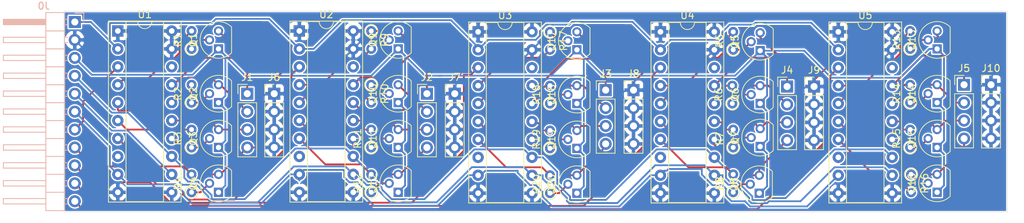
<source format=kicad_pcb>
(kicad_pcb (version 20171130) (host pcbnew 5.1.7-a382d34a8~87~ubuntu18.04.1)
  (layers (0 F.Cu signal) (31 B.Cu signal) (34 B.Paste user) (35 F.Paste user) (36 B.SilkS user) (37 F.SilkS user) (38 B.Mask user) (39 F.Mask user) (44 Edge.Cuts user))
  (net 0 "")
  (net 1 GND)
  (net 2 "Net-(U1-Pad18)")
  (net 3 "Net-(U1-Pad8)")
  (net 4 DATA5)
  (net 5 DATA4)
  (net 6 DATA2)
  (net 7 DATA1)
  (net 8 LATCH)
  (net 9 CLOCK)
  (net 10 DATA3)
  (net 11 DISABLE)
  (net 12 +5V)
  (net 13 +24V)
  (net 14 HB4)
  (net 15 HB3)
  (net 16 HB2)
  (net 17 HB1)
  (net 18 DRAIN1)
  (net 19 DRAIN2)
  (net 20 DRAIN3)
  (net 21 DRAIN4)
  (net 22 "Net-(U3-Pad18)")
  (net 23 "Net-(U3-Pad8)")
  (net 24 "Net-(Q4-Pad2)")
  (net 25 "Net-(Q1-Pad2)")
  (net 26 "Net-(Q2-Pad2)")
  (net 27 "Net-(Q3-Pad2)")
  (net 28 HB44)
  (net 29 HB43)
  (net 30 HB42)
  (net 31 HB41)
  (net 32 HB24)
  (net 33 HB23)
  (net 34 HB22)
  (net 35 HB21)
  (net 36 HB34)
  (net 37 HB33)
  (net 38 HB32)
  (net 39 HB31)
  (net 40 "Net-(Q5-Pad2)")
  (net 41 "Net-(Q6-Pad2)")
  (net 42 "Net-(Q7-Pad2)")
  (net 43 "Net-(Q8-Pad2)")
  (net 44 "Net-(Q9-Pad2)")
  (net 45 "Net-(Q10-Pad2)")
  (net 46 "Net-(Q11-Pad2)")
  (net 47 "Net-(Q12-Pad2)")
  (net 48 HB51)
  (net 49 "Net-(Q13-Pad2)")
  (net 50 HB52)
  (net 51 "Net-(Q14-Pad2)")
  (net 52 HB53)
  (net 53 "Net-(Q15-Pad2)")
  (net 54 HB54)
  (net 55 "Net-(Q16-Pad2)")
  (net 56 "Net-(Q17-Pad2)")
  (net 57 "Net-(Q18-Pad2)")
  (net 58 "Net-(Q19-Pad2)")
  (net 59 "Net-(Q20-Pad2)")
  (net 60 DRAIN41)
  (net 61 DRAIN42)
  (net 62 DRAIN43)
  (net 63 DRAIN44)
  (net 64 DRAIN21)
  (net 65 DRAIN22)
  (net 66 DRAIN23)
  (net 67 DRAIN24)
  (net 68 DRAIN51)
  (net 69 DRAIN52)
  (net 70 DRAIN53)
  (net 71 DRAIN54)
  (net 72 DRAIN31)
  (net 73 DRAIN32)
  (net 74 DRAIN33)
  (net 75 DRAIN34)
  (net 76 "Net-(U4-Pad18)")
  (net 77 "Net-(U4-Pad8)")
  (net 78 "Net-(U5-Pad18)")
  (net 79 "Net-(U5-Pad8)")
  (net 80 "Net-(U2-Pad18)")
  (net 81 "Net-(U2-Pad8)")
  (module Package_DIP:DIP-20_W7.62mm_Socket (layer F.Cu) (at 332.148001 340.442001)
    (fp_text reference U3 (at 3.81 -2.33) (layer F.SilkS))
    (fp_text value TPIC6595)
    (pad 20 thru_hole oval (at 7.62 0) (size 1.6 1.6) (drill 0.8) (layers *.Cu *.Mask) (net 1 GND))
    (pad 10 thru_hole oval (at 0 22.86) (size 1.6 1.6) (drill 0.8) (layers *.Cu *.Mask) (net 1 GND))
    (pad 19 thru_hole oval (at 7.62 2.54) (size 1.6 1.6) (drill 0.8) (layers *.Cu *.Mask) (net 1 GND))
    (pad 9 thru_hole oval (at 0 20.32) (size 1.6 1.6) (drill 0.8) (layers *.Cu *.Mask) (net 11 DISABLE))
    (pad 18 thru_hole oval (at 7.62 5.08) (size 1.6 1.6) (drill 0.8) (layers *.Cu *.Mask) (net 22 "Net-(U3-Pad18)"))
    (pad 8 thru_hole oval (at 0 17.78) (size 1.6 1.6) (drill 0.8) (layers *.Cu *.Mask) (net 23 "Net-(U3-Pad8)"))
    (pad 17 thru_hole oval (at 7.62 7.62) (size 1.6 1.6) (drill 0.8) (layers *.Cu *.Mask) (net 39 HB31))
    (pad 7 thru_hole oval (at 0 15.24) (size 1.6 1.6) (drill 0.8) (layers *.Cu *.Mask) (net 75 DRAIN34))
    (pad 16 thru_hole oval (at 7.62 10.16) (size 1.6 1.6) (drill 0.8) (layers *.Cu *.Mask) (net 38 HB32))
    (pad 6 thru_hole oval (at 0 12.7) (size 1.6 1.6) (drill 0.8) (layers *.Cu *.Mask) (net 74 DRAIN33))
    (pad 15 thru_hole oval (at 7.62 12.7) (size 1.6 1.6) (drill 0.8) (layers *.Cu *.Mask) (net 37 HB33))
    (pad 5 thru_hole oval (at 0 10.16) (size 1.6 1.6) (drill 0.8) (layers *.Cu *.Mask) (net 73 DRAIN32))
    (pad 14 thru_hole oval (at 7.62 15.24) (size 1.6 1.6) (drill 0.8) (layers *.Cu *.Mask) (net 36 HB34))
    (pad 4 thru_hole oval (at 0 7.62) (size 1.6 1.6) (drill 0.8) (layers *.Cu *.Mask) (net 72 DRAIN31))
    (pad 13 thru_hole oval (at 7.62 17.78) (size 1.6 1.6) (drill 0.8) (layers *.Cu *.Mask) (net 9 CLOCK))
    (pad 3 thru_hole oval (at 0 5.08) (size 1.6 1.6) (drill 0.8) (layers *.Cu *.Mask) (net 10 DATA3))
    (pad 12 thru_hole oval (at 7.62 20.32) (size 1.6 1.6) (drill 0.8) (layers *.Cu *.Mask) (net 8 LATCH))
    (pad 2 thru_hole oval (at 0 2.54) (size 1.6 1.6) (drill 0.8) (layers *.Cu *.Mask) (net 12 +5V))
    (pad 11 thru_hole oval (at 7.62 22.86) (size 1.6 1.6) (drill 0.8) (layers *.Cu *.Mask) (net 1 GND))
    (pad 1 thru_hole rect (at 0 0) (size 1.6 1.6) (drill 0.8) (layers *.Cu *.Mask) (net 1 GND))
  )
  (module Connector_PinHeader_2.54mm:PinHeader_1x04_P2.54mm_Vertical (layer F.Cu) (at 303.319001 349.205001)
    (fp_text reference J6 (at 0 -2.33) (layer F.SilkS))
    (fp_text value Conn_01x04)
    (pad 4 thru_hole oval (at 0 7.62) (size 1.7 1.7) (drill 1) (layers *.Cu *.Mask) (net 1 GND))
    (pad 3 thru_hole oval (at 0 5.08) (size 1.7 1.7) (drill 1) (layers *.Cu *.Mask) (net 1 GND))
    (pad 2 thru_hole oval (at 0 2.54) (size 1.7 1.7) (drill 1) (layers *.Cu *.Mask) (net 1 GND))
    (pad 1 thru_hole rect (at 0 0) (size 1.7 1.7) (drill 1) (layers *.Cu *.Mask) (net 1 GND))
  )
  (module Package_TO_SOT_THT:TO-92 (layer F.Cu) (at 320.845001 342.855001 90)
    (fp_text reference Q9 (at 1.27 -3.56 90) (layer F.SilkS))
    (fp_text value Q_PNP_EBC)
    (pad 1 thru_hole rect (at 0 0 90) (size 1.3 1.3) (drill 0.75) (layers *.Cu *.Mask) (net 13 +24V))
    (pad 3 thru_hole circle (at 2.54 0 90) (size 1.3 1.3) (drill 0.75) (layers *.Cu *.Mask) (net 35 HB21))
    (pad 2 thru_hole circle (at 1.27 -1.27 90) (size 1.3 1.3) (drill 0.75) (layers *.Cu *.Mask) (net 44 "Net-(Q9-Pad2)"))
  )
  (module Connector_PinHeader_2.54mm:PinHeader_1x04_P2.54mm_Vertical (layer F.Cu) (at 404.665001 347.935001)
    (fp_text reference J10 (at 0 -2.33) (layer F.SilkS))
    (fp_text value Conn_01x04)
    (pad 4 thru_hole oval (at 0 7.62) (size 1.7 1.7) (drill 1) (layers *.Cu *.Mask) (net 1 GND))
    (pad 3 thru_hole oval (at 0 5.08) (size 1.7 1.7) (drill 1) (layers *.Cu *.Mask) (net 1 GND))
    (pad 2 thru_hole oval (at 0 2.54) (size 1.7 1.7) (drill 1) (layers *.Cu *.Mask) (net 1 GND))
    (pad 1 thru_hole rect (at 0 0) (size 1.7 1.7) (drill 1) (layers *.Cu *.Mask) (net 1 GND))
  )
  (module Connector_PinHeader_2.54mm:PinHeader_1x04_P2.54mm_Vertical (layer F.Cu) (at 379.646001 348.189001)
    (fp_text reference J9 (at 0 -2.33) (layer F.SilkS))
    (fp_text value Conn_01x04)
    (pad 4 thru_hole oval (at 0 7.62) (size 1.7 1.7) (drill 1) (layers *.Cu *.Mask) (net 1 GND))
    (pad 3 thru_hole oval (at 0 5.08) (size 1.7 1.7) (drill 1) (layers *.Cu *.Mask) (net 1 GND))
    (pad 2 thru_hole oval (at 0 2.54) (size 1.7 1.7) (drill 1) (layers *.Cu *.Mask) (net 1 GND))
    (pad 1 thru_hole rect (at 0 0) (size 1.7 1.7) (drill 1) (layers *.Cu *.Mask) (net 1 GND))
  )
  (module Connector_PinHeader_2.54mm:PinHeader_1x04_P2.54mm_Vertical (layer F.Cu) (at 354.119001 348.697001)
    (fp_text reference J8 (at 0 -2.33) (layer F.SilkS))
    (fp_text value Conn_01x04)
    (pad 4 thru_hole oval (at 0 7.62) (size 1.7 1.7) (drill 1) (layers *.Cu *.Mask) (net 1 GND))
    (pad 3 thru_hole oval (at 0 5.08) (size 1.7 1.7) (drill 1) (layers *.Cu *.Mask) (net 1 GND))
    (pad 2 thru_hole oval (at 0 2.54) (size 1.7 1.7) (drill 1) (layers *.Cu *.Mask) (net 1 GND))
    (pad 1 thru_hole rect (at 0 0) (size 1.7 1.7) (drill 1) (layers *.Cu *.Mask) (net 1 GND))
  )
  (module Connector_PinHeader_2.54mm:PinHeader_1x04_P2.54mm_Vertical (layer F.Cu) (at 328.846001 349.205001)
    (fp_text reference J7 (at 0 -2.33) (layer F.SilkS))
    (fp_text value Conn_01x04)
    (pad 4 thru_hole oval (at 0 7.62) (size 1.7 1.7) (drill 1) (layers *.Cu *.Mask) (net 1 GND))
    (pad 3 thru_hole oval (at 0 5.08) (size 1.7 1.7) (drill 1) (layers *.Cu *.Mask) (net 1 GND))
    (pad 2 thru_hole oval (at 0 2.54) (size 1.7 1.7) (drill 1) (layers *.Cu *.Mask) (net 1 GND))
    (pad 1 thru_hole rect (at 0 0) (size 1.7 1.7) (drill 1) (layers *.Cu *.Mask) (net 1 GND))
  )
  (module Package_DIP:DIP-20_W7.62mm_Socket (layer F.Cu) (at 281.210002 340.315001)
    (fp_text reference U1 (at 3.81 -2.33) (layer F.SilkS))
    (fp_text value TPIC6595)
    (pad 20 thru_hole oval (at 7.62 0) (size 1.6 1.6) (drill 0.8) (layers *.Cu *.Mask) (net 1 GND))
    (pad 10 thru_hole oval (at 0 22.86) (size 1.6 1.6) (drill 0.8) (layers *.Cu *.Mask) (net 1 GND))
    (pad 19 thru_hole oval (at 7.62 2.54) (size 1.6 1.6) (drill 0.8) (layers *.Cu *.Mask) (net 1 GND))
    (pad 9 thru_hole oval (at 0 20.32) (size 1.6 1.6) (drill 0.8) (layers *.Cu *.Mask) (net 11 DISABLE))
    (pad 18 thru_hole oval (at 7.62 5.08) (size 1.6 1.6) (drill 0.8) (layers *.Cu *.Mask) (net 2 "Net-(U1-Pad18)"))
    (pad 8 thru_hole oval (at 0 17.78) (size 1.6 1.6) (drill 0.8) (layers *.Cu *.Mask) (net 3 "Net-(U1-Pad8)"))
    (pad 17 thru_hole oval (at 7.62 7.62) (size 1.6 1.6) (drill 0.8) (layers *.Cu *.Mask) (net 17 HB1))
    (pad 7 thru_hole oval (at 0 15.24) (size 1.6 1.6) (drill 0.8) (layers *.Cu *.Mask) (net 21 DRAIN4))
    (pad 16 thru_hole oval (at 7.62 10.16) (size 1.6 1.6) (drill 0.8) (layers *.Cu *.Mask) (net 16 HB2))
    (pad 6 thru_hole oval (at 0 12.7) (size 1.6 1.6) (drill 0.8) (layers *.Cu *.Mask) (net 20 DRAIN3))
    (pad 15 thru_hole oval (at 7.62 12.7) (size 1.6 1.6) (drill 0.8) (layers *.Cu *.Mask) (net 15 HB3))
    (pad 5 thru_hole oval (at 0 10.16) (size 1.6 1.6) (drill 0.8) (layers *.Cu *.Mask) (net 19 DRAIN2))
    (pad 14 thru_hole oval (at 7.62 15.24) (size 1.6 1.6) (drill 0.8) (layers *.Cu *.Mask) (net 14 HB4))
    (pad 4 thru_hole oval (at 0 7.62) (size 1.6 1.6) (drill 0.8) (layers *.Cu *.Mask) (net 18 DRAIN1))
    (pad 13 thru_hole oval (at 7.62 17.78) (size 1.6 1.6) (drill 0.8) (layers *.Cu *.Mask) (net 9 CLOCK))
    (pad 3 thru_hole oval (at 0 5.08) (size 1.6 1.6) (drill 0.8) (layers *.Cu *.Mask) (net 7 DATA1))
    (pad 12 thru_hole oval (at 7.62 20.32) (size 1.6 1.6) (drill 0.8) (layers *.Cu *.Mask) (net 8 LATCH))
    (pad 2 thru_hole oval (at 0 2.54) (size 1.6 1.6) (drill 0.8) (layers *.Cu *.Mask) (net 12 +5V))
    (pad 11 thru_hole oval (at 7.62 22.86) (size 1.6 1.6) (drill 0.8) (layers *.Cu *.Mask) (net 1 GND))
    (pad 1 thru_hole rect (at 0 0) (size 1.6 1.6) (drill 0.8) (layers *.Cu *.Mask) (net 1 GND))
  )
  (module Connector_PinHeader_2.54mm:PinHeader_1x04_P2.54mm_Vertical (layer F.Cu) (at 400.855001 347.935001)
    (fp_text reference J5 (at 0 -2.33) (layer F.SilkS))
    (fp_text value Conn_01x04)
    (pad 4 thru_hole oval (at 0 7.62) (size 1.7 1.7) (drill 1) (layers *.Cu *.Mask) (net 54 HB54))
    (pad 3 thru_hole oval (at 0 5.08) (size 1.7 1.7) (drill 1) (layers *.Cu *.Mask) (net 52 HB53))
    (pad 2 thru_hole oval (at 0 2.54) (size 1.7 1.7) (drill 1) (layers *.Cu *.Mask) (net 50 HB52))
    (pad 1 thru_hole rect (at 0 0) (size 1.7 1.7) (drill 1) (layers *.Cu *.Mask) (net 48 HB51))
  )
  (module Package_DIP:DIP-20_W7.62mm_Socket (layer F.Cu) (at 383.075001 340.442001)
    (fp_text reference U5 (at 3.81 -2.33) (layer F.SilkS))
    (fp_text value TPIC6595)
    (pad 20 thru_hole oval (at 7.62 0) (size 1.6 1.6) (drill 0.8) (layers *.Cu *.Mask) (net 1 GND))
    (pad 10 thru_hole oval (at 0 22.86) (size 1.6 1.6) (drill 0.8) (layers *.Cu *.Mask) (net 1 GND))
    (pad 19 thru_hole oval (at 7.62 2.54) (size 1.6 1.6) (drill 0.8) (layers *.Cu *.Mask) (net 1 GND))
    (pad 9 thru_hole oval (at 0 20.32) (size 1.6 1.6) (drill 0.8) (layers *.Cu *.Mask) (net 11 DISABLE))
    (pad 18 thru_hole oval (at 7.62 5.08) (size 1.6 1.6) (drill 0.8) (layers *.Cu *.Mask) (net 78 "Net-(U5-Pad18)"))
    (pad 8 thru_hole oval (at 0 17.78) (size 1.6 1.6) (drill 0.8) (layers *.Cu *.Mask) (net 79 "Net-(U5-Pad8)"))
    (pad 17 thru_hole oval (at 7.62 7.62) (size 1.6 1.6) (drill 0.8) (layers *.Cu *.Mask) (net 48 HB51))
    (pad 7 thru_hole oval (at 0 15.24) (size 1.6 1.6) (drill 0.8) (layers *.Cu *.Mask) (net 71 DRAIN54))
    (pad 16 thru_hole oval (at 7.62 10.16) (size 1.6 1.6) (drill 0.8) (layers *.Cu *.Mask) (net 50 HB52))
    (pad 6 thru_hole oval (at 0 12.7) (size 1.6 1.6) (drill 0.8) (layers *.Cu *.Mask) (net 70 DRAIN53))
    (pad 15 thru_hole oval (at 7.62 12.7) (size 1.6 1.6) (drill 0.8) (layers *.Cu *.Mask) (net 52 HB53))
    (pad 5 thru_hole oval (at 0 10.16) (size 1.6 1.6) (drill 0.8) (layers *.Cu *.Mask) (net 69 DRAIN52))
    (pad 14 thru_hole oval (at 7.62 15.24) (size 1.6 1.6) (drill 0.8) (layers *.Cu *.Mask) (net 54 HB54))
    (pad 4 thru_hole oval (at 0 7.62) (size 1.6 1.6) (drill 0.8) (layers *.Cu *.Mask) (net 68 DRAIN51))
    (pad 13 thru_hole oval (at 7.62 17.78) (size 1.6 1.6) (drill 0.8) (layers *.Cu *.Mask) (net 9 CLOCK))
    (pad 3 thru_hole oval (at 0 5.08) (size 1.6 1.6) (drill 0.8) (layers *.Cu *.Mask) (net 4 DATA5))
    (pad 12 thru_hole oval (at 7.62 20.32) (size 1.6 1.6) (drill 0.8) (layers *.Cu *.Mask) (net 8 LATCH))
    (pad 2 thru_hole oval (at 0 2.54) (size 1.6 1.6) (drill 0.8) (layers *.Cu *.Mask) (net 12 +5V))
    (pad 11 thru_hole oval (at 7.62 22.86) (size 1.6 1.6) (drill 0.8) (layers *.Cu *.Mask) (net 1 GND))
    (pad 1 thru_hole rect (at 0 0) (size 1.6 1.6) (drill 0.8) (layers *.Cu *.Mask) (net 1 GND))
  )
  (module Package_DIP:DIP-20_W7.62mm_Socket (layer F.Cu) (at 306.875001 340.315001)
    (fp_text reference U2 (at 3.81 -2.33) (layer F.SilkS))
    (fp_text value TPIC6595)
    (pad 20 thru_hole oval (at 7.62 0) (size 1.6 1.6) (drill 0.8) (layers *.Cu *.Mask) (net 1 GND))
    (pad 10 thru_hole oval (at 0 22.86) (size 1.6 1.6) (drill 0.8) (layers *.Cu *.Mask) (net 1 GND))
    (pad 19 thru_hole oval (at 7.62 2.54) (size 1.6 1.6) (drill 0.8) (layers *.Cu *.Mask) (net 1 GND))
    (pad 9 thru_hole oval (at 0 20.32) (size 1.6 1.6) (drill 0.8) (layers *.Cu *.Mask) (net 11 DISABLE))
    (pad 18 thru_hole oval (at 7.62 5.08) (size 1.6 1.6) (drill 0.8) (layers *.Cu *.Mask) (net 80 "Net-(U2-Pad18)"))
    (pad 8 thru_hole oval (at 0 17.78) (size 1.6 1.6) (drill 0.8) (layers *.Cu *.Mask) (net 81 "Net-(U2-Pad8)"))
    (pad 17 thru_hole oval (at 7.62 7.62) (size 1.6 1.6) (drill 0.8) (layers *.Cu *.Mask) (net 35 HB21))
    (pad 7 thru_hole oval (at 0 15.24) (size 1.6 1.6) (drill 0.8) (layers *.Cu *.Mask) (net 67 DRAIN24))
    (pad 16 thru_hole oval (at 7.62 10.16) (size 1.6 1.6) (drill 0.8) (layers *.Cu *.Mask) (net 34 HB22))
    (pad 6 thru_hole oval (at 0 12.7) (size 1.6 1.6) (drill 0.8) (layers *.Cu *.Mask) (net 66 DRAIN23))
    (pad 15 thru_hole oval (at 7.62 12.7) (size 1.6 1.6) (drill 0.8) (layers *.Cu *.Mask) (net 33 HB23))
    (pad 5 thru_hole oval (at 0 10.16) (size 1.6 1.6) (drill 0.8) (layers *.Cu *.Mask) (net 65 DRAIN22))
    (pad 14 thru_hole oval (at 7.62 15.24) (size 1.6 1.6) (drill 0.8) (layers *.Cu *.Mask) (net 32 HB24))
    (pad 4 thru_hole oval (at 0 7.62) (size 1.6 1.6) (drill 0.8) (layers *.Cu *.Mask) (net 64 DRAIN21))
    (pad 13 thru_hole oval (at 7.62 17.78) (size 1.6 1.6) (drill 0.8) (layers *.Cu *.Mask) (net 9 CLOCK))
    (pad 3 thru_hole oval (at 0 5.08) (size 1.6 1.6) (drill 0.8) (layers *.Cu *.Mask) (net 6 DATA2))
    (pad 12 thru_hole oval (at 7.62 20.32) (size 1.6 1.6) (drill 0.8) (layers *.Cu *.Mask) (net 8 LATCH))
    (pad 2 thru_hole oval (at 0 2.54) (size 1.6 1.6) (drill 0.8) (layers *.Cu *.Mask) (net 12 +5V))
    (pad 11 thru_hole oval (at 7.62 22.86) (size 1.6 1.6) (drill 0.8) (layers *.Cu *.Mask) (net 1 GND))
    (pad 1 thru_hole rect (at 0 0) (size 1.6 1.6) (drill 0.8) (layers *.Cu *.Mask) (net 1 GND))
  )
  (module Package_DIP:DIP-20_W7.62mm_Socket (layer F.Cu) (at 357.929001 340.442001)
    (fp_text reference U4 (at 3.81 -2.33) (layer F.SilkS))
    (fp_text value TPIC6595)
    (pad 20 thru_hole oval (at 7.62 0) (size 1.6 1.6) (drill 0.8) (layers *.Cu *.Mask) (net 1 GND))
    (pad 10 thru_hole oval (at 0 22.86) (size 1.6 1.6) (drill 0.8) (layers *.Cu *.Mask) (net 1 GND))
    (pad 19 thru_hole oval (at 7.62 2.54) (size 1.6 1.6) (drill 0.8) (layers *.Cu *.Mask) (net 1 GND))
    (pad 9 thru_hole oval (at 0 20.32) (size 1.6 1.6) (drill 0.8) (layers *.Cu *.Mask) (net 11 DISABLE))
    (pad 18 thru_hole oval (at 7.62 5.08) (size 1.6 1.6) (drill 0.8) (layers *.Cu *.Mask) (net 76 "Net-(U4-Pad18)"))
    (pad 8 thru_hole oval (at 0 17.78) (size 1.6 1.6) (drill 0.8) (layers *.Cu *.Mask) (net 77 "Net-(U4-Pad8)"))
    (pad 17 thru_hole oval (at 7.62 7.62) (size 1.6 1.6) (drill 0.8) (layers *.Cu *.Mask) (net 31 HB41))
    (pad 7 thru_hole oval (at 0 15.24) (size 1.6 1.6) (drill 0.8) (layers *.Cu *.Mask) (net 63 DRAIN44))
    (pad 16 thru_hole oval (at 7.62 10.16) (size 1.6 1.6) (drill 0.8) (layers *.Cu *.Mask) (net 30 HB42))
    (pad 6 thru_hole oval (at 0 12.7) (size 1.6 1.6) (drill 0.8) (layers *.Cu *.Mask) (net 62 DRAIN43))
    (pad 15 thru_hole oval (at 7.62 12.7) (size 1.6 1.6) (drill 0.8) (layers *.Cu *.Mask) (net 29 HB43))
    (pad 5 thru_hole oval (at 0 10.16) (size 1.6 1.6) (drill 0.8) (layers *.Cu *.Mask) (net 61 DRAIN42))
    (pad 14 thru_hole oval (at 7.62 15.24) (size 1.6 1.6) (drill 0.8) (layers *.Cu *.Mask) (net 28 HB44))
    (pad 4 thru_hole oval (at 0 7.62) (size 1.6 1.6) (drill 0.8) (layers *.Cu *.Mask) (net 60 DRAIN41))
    (pad 13 thru_hole oval (at 7.62 17.78) (size 1.6 1.6) (drill 0.8) (layers *.Cu *.Mask) (net 9 CLOCK))
    (pad 3 thru_hole oval (at 0 5.08) (size 1.6 1.6) (drill 0.8) (layers *.Cu *.Mask) (net 5 DATA4))
    (pad 12 thru_hole oval (at 7.62 20.32) (size 1.6 1.6) (drill 0.8) (layers *.Cu *.Mask) (net 8 LATCH))
    (pad 2 thru_hole oval (at 0 2.54) (size 1.6 1.6) (drill 0.8) (layers *.Cu *.Mask) (net 12 +5V))
    (pad 11 thru_hole oval (at 7.62 22.86) (size 1.6 1.6) (drill 0.8) (layers *.Cu *.Mask) (net 1 GND))
    (pad 1 thru_hole rect (at 0 0) (size 1.6 1.6) (drill 0.8) (layers *.Cu *.Mask) (net 1 GND))
  )
  (module Resistor_THT:R_Axial_DIN0204_L3.6mm_D1.6mm_P2.54mm_Vertical (layer F.Cu) (at 342.308001 363.302001 90)
    (fp_text reference R20 (at 1.27 -1.92 90) (layer F.SilkS))
    (fp_text value 10k)
    (pad 2 thru_hole oval (at 2.54 0 90) (size 1.4 1.4) (drill 0.7) (layers *.Cu *.Mask) (net 75 DRAIN34))
    (pad 1 thru_hole circle (at 0 0 90) (size 1.4 1.4) (drill 0.7) (layers *.Cu *.Mask) (net 59 "Net-(Q20-Pad2)"))
  )
  (module Resistor_THT:R_Axial_DIN0204_L3.6mm_D1.6mm_P2.54mm_Vertical (layer F.Cu) (at 342.308001 356.952001 90)
    (fp_text reference R19 (at 1.27 -1.92 90) (layer F.SilkS))
    (fp_text value 10k)
    (pad 2 thru_hole oval (at 2.54 0 90) (size 1.4 1.4) (drill 0.7) (layers *.Cu *.Mask) (net 74 DRAIN33))
    (pad 1 thru_hole circle (at 0 0 90) (size 1.4 1.4) (drill 0.7) (layers *.Cu *.Mask) (net 58 "Net-(Q19-Pad2)"))
  )
  (module Resistor_THT:R_Axial_DIN0204_L3.6mm_D1.6mm_P2.54mm_Vertical (layer F.Cu) (at 342.308001 350.602001 90)
    (fp_text reference R18 (at 1.27 -1.92 90) (layer F.SilkS))
    (fp_text value 10k)
    (pad 2 thru_hole oval (at 2.54 0 90) (size 1.4 1.4) (drill 0.7) (layers *.Cu *.Mask) (net 73 DRAIN32))
    (pad 1 thru_hole circle (at 0 0 90) (size 1.4 1.4) (drill 0.7) (layers *.Cu *.Mask) (net 57 "Net-(Q18-Pad2)"))
  )
  (module Resistor_THT:R_Axial_DIN0204_L3.6mm_D1.6mm_P2.54mm_Vertical (layer F.Cu) (at 342.308001 340.442001 270)
    (fp_text reference R17 (at 1.27 -1.92 90) (layer F.SilkS))
    (fp_text value 10k)
    (pad 2 thru_hole oval (at 2.54 0 270) (size 1.4 1.4) (drill 0.7) (layers *.Cu *.Mask) (net 72 DRAIN31))
    (pad 1 thru_hole circle (at 0 0 270) (size 1.4 1.4) (drill 0.7) (layers *.Cu *.Mask) (net 56 "Net-(Q17-Pad2)"))
  )
  (module Resistor_THT:R_Axial_DIN0204_L3.6mm_D1.6mm_P2.54mm_Vertical (layer F.Cu) (at 393.362001 360.635001 270)
    (fp_text reference R16 (at 1.27 -1.92 90) (layer F.SilkS))
    (fp_text value 10k)
    (pad 2 thru_hole oval (at 2.54 0 270) (size 1.4 1.4) (drill 0.7) (layers *.Cu *.Mask) (net 71 DRAIN54))
    (pad 1 thru_hole circle (at 0 0 270) (size 1.4 1.4) (drill 0.7) (layers *.Cu *.Mask) (net 55 "Net-(Q16-Pad2)"))
  )
  (module Resistor_THT:R_Axial_DIN0204_L3.6mm_D1.6mm_P2.54mm_Vertical (layer F.Cu) (at 393.235001 356.825001 90)
    (fp_text reference R15 (at 1.27 -1.92 90) (layer F.SilkS))
    (fp_text value 10k)
    (pad 2 thru_hole oval (at 2.54 0 90) (size 1.4 1.4) (drill 0.7) (layers *.Cu *.Mask) (net 70 DRAIN53))
    (pad 1 thru_hole circle (at 0 0 90) (size 1.4 1.4) (drill 0.7) (layers *.Cu *.Mask) (net 53 "Net-(Q15-Pad2)"))
  )
  (module Resistor_THT:R_Axial_DIN0204_L3.6mm_D1.6mm_P2.54mm_Vertical (layer F.Cu) (at 393.235001 350.475001 90)
    (fp_text reference R14 (at 1.27 -1.92 90) (layer F.SilkS))
    (fp_text value 10k)
    (pad 1 thru_hole circle (at 0 0 90) (size 1.4 1.4) (drill 0.7) (layers *.Cu *.Mask) (net 51 "Net-(Q14-Pad2)"))
    (pad 2 thru_hole oval (at 2.54 0 90) (size 1.4 1.4) (drill 0.7) (layers *.Cu *.Mask) (net 69 DRAIN52))
  )
  (module Resistor_THT:R_Axial_DIN0204_L3.6mm_D1.6mm_P2.54mm_Vertical (layer F.Cu) (at 393.235001 342.855001 90)
    (fp_text reference R13 (at 1.27 -1.92 90) (layer F.SilkS))
    (fp_text value 10k)
    (pad 2 thru_hole oval (at 2.54 0 90) (size 1.4 1.4) (drill 0.7) (layers *.Cu *.Mask) (net 68 DRAIN51))
    (pad 1 thru_hole circle (at 0 0 90) (size 1.4 1.4) (drill 0.7) (layers *.Cu *.Mask) (net 49 "Net-(Q13-Pad2)"))
  )
  (module Resistor_THT:R_Axial_DIN0204_L3.6mm_D1.6mm_P2.54mm_Vertical (layer F.Cu) (at 317.035001 363.175001 90)
    (fp_text reference R12 (at 1.27 -1.92 90) (layer F.SilkS))
    (fp_text value 10k)
    (pad 2 thru_hole oval (at 2.54 0 90) (size 1.4 1.4) (drill 0.7) (layers *.Cu *.Mask) (net 67 DRAIN24))
    (pad 1 thru_hole circle (at 0 0 90) (size 1.4 1.4) (drill 0.7) (layers *.Cu *.Mask) (net 47 "Net-(Q12-Pad2)"))
  )
  (module Resistor_THT:R_Axial_DIN0204_L3.6mm_D1.6mm_P2.54mm_Vertical (layer F.Cu) (at 317.035001 356.825001 90)
    (fp_text reference R11 (at 1.27 -1.92 90) (layer F.SilkS))
    (fp_text value 10k)
    (pad 2 thru_hole oval (at 2.54 0 90) (size 1.4 1.4) (drill 0.7) (layers *.Cu *.Mask) (net 66 DRAIN23))
    (pad 1 thru_hole circle (at 0 0 90) (size 1.4 1.4) (drill 0.7) (layers *.Cu *.Mask) (net 46 "Net-(Q11-Pad2)"))
  )
  (module Resistor_THT:R_Axial_DIN0204_L3.6mm_D1.6mm_P2.54mm_Vertical (layer F.Cu) (at 317.035001 347.935001 270)
    (fp_text reference R10 (at 1.27 -1.92 90) (layer F.SilkS))
    (fp_text value 10k)
    (pad 2 thru_hole oval (at 2.54 0 270) (size 1.4 1.4) (drill 0.7) (layers *.Cu *.Mask) (net 65 DRAIN22))
    (pad 1 thru_hole circle (at 0 0 270) (size 1.4 1.4) (drill 0.7) (layers *.Cu *.Mask) (net 45 "Net-(Q10-Pad2)"))
  )
  (module Resistor_THT:R_Axial_DIN0204_L3.6mm_D1.6mm_P2.54mm_Vertical (layer F.Cu) (at 317.035001 340.315001 270)
    (fp_text reference R9 (at 1.27 -1.92 90) (layer F.SilkS))
    (fp_text value 10k)
    (pad 2 thru_hole oval (at 2.54 0 270) (size 1.4 1.4) (drill 0.7) (layers *.Cu *.Mask) (net 64 DRAIN21))
    (pad 1 thru_hole circle (at 0 0 270) (size 1.4 1.4) (drill 0.7) (layers *.Cu *.Mask) (net 44 "Net-(Q9-Pad2)"))
  )
  (module Resistor_THT:R_Axial_DIN0204_L3.6mm_D1.6mm_P2.54mm_Vertical (layer F.Cu) (at 368.216001 363.175001 90)
    (fp_text reference R8 (at 1.27 -1.92 90) (layer F.SilkS))
    (fp_text value 10k)
    (pad 2 thru_hole oval (at 2.54 0 90) (size 1.4 1.4) (drill 0.7) (layers *.Cu *.Mask) (net 63 DRAIN44))
    (pad 1 thru_hole circle (at 0 0 90) (size 1.4 1.4) (drill 0.7) (layers *.Cu *.Mask) (net 43 "Net-(Q8-Pad2)"))
  )
  (module Resistor_THT:R_Axial_DIN0204_L3.6mm_D1.6mm_P2.54mm_Vertical (layer F.Cu) (at 368.216001 356.825001 90)
    (fp_text reference R7 (at 1.27 -1.92 90) (layer F.SilkS))
    (fp_text value 10k)
    (pad 2 thru_hole oval (at 2.54 0 90) (size 1.4 1.4) (drill 0.7) (layers *.Cu *.Mask) (net 62 DRAIN43))
    (pad 1 thru_hole circle (at 0 0 90) (size 1.4 1.4) (drill 0.7) (layers *.Cu *.Mask) (net 42 "Net-(Q7-Pad2)"))
  )
  (module Resistor_THT:R_Axial_DIN0204_L3.6mm_D1.6mm_P2.54mm_Vertical (layer F.Cu) (at 368.089001 350.602001 90)
    (fp_text reference R6 (at 1.27 -1.92 90) (layer F.SilkS))
    (fp_text value 10k)
    (pad 2 thru_hole oval (at 2.54 0 90) (size 1.4 1.4) (drill 0.7) (layers *.Cu *.Mask) (net 61 DRAIN42))
    (pad 1 thru_hole circle (at 0 0 90) (size 1.4 1.4) (drill 0.7) (layers *.Cu *.Mask) (net 41 "Net-(Q6-Pad2)"))
  )
  (module Resistor_THT:R_Axial_DIN0204_L3.6mm_D1.6mm_P2.54mm_Vertical (layer F.Cu) (at 368.216001 342.982001 90)
    (fp_text reference R5 (at 1.27 -1.92 90) (layer F.SilkS))
    (fp_text value 10k)
    (pad 2 thru_hole oval (at 2.54 0 90) (size 1.4 1.4) (drill 0.7) (layers *.Cu *.Mask) (net 60 DRAIN41))
    (pad 1 thru_hole circle (at 0 0 90) (size 1.4 1.4) (drill 0.7) (layers *.Cu *.Mask) (net 40 "Net-(Q5-Pad2)"))
  )
  (module Package_TO_SOT_THT:TO-92 (layer F.Cu) (at 346.118001 363.302001 90)
    (fp_text reference Q20 (at 1.27 -3.56 90) (layer F.SilkS))
    (fp_text value Q_PNP_EBC)
    (pad 1 thru_hole rect (at 0 0 90) (size 1.3 1.3) (drill 0.75) (layers *.Cu *.Mask) (net 13 +24V))
    (pad 3 thru_hole circle (at 2.54 0 90) (size 1.3 1.3) (drill 0.75) (layers *.Cu *.Mask) (net 36 HB34))
    (pad 2 thru_hole circle (at 1.27 -1.27 90) (size 1.3 1.3) (drill 0.75) (layers *.Cu *.Mask) (net 59 "Net-(Q20-Pad2)"))
  )
  (module Package_TO_SOT_THT:TO-92 (layer F.Cu) (at 346.118001 356.952001 90)
    (fp_text reference Q19 (at 1.27 -3.56 90) (layer F.SilkS))
    (fp_text value Q_PNP_EBC)
    (pad 1 thru_hole rect (at 0 0 90) (size 1.3 1.3) (drill 0.75) (layers *.Cu *.Mask) (net 13 +24V))
    (pad 3 thru_hole circle (at 2.54 0 90) (size 1.3 1.3) (drill 0.75) (layers *.Cu *.Mask) (net 37 HB33))
    (pad 2 thru_hole circle (at 1.27 -1.27 90) (size 1.3 1.3) (drill 0.75) (layers *.Cu *.Mask) (net 58 "Net-(Q19-Pad2)"))
  )
  (module Package_TO_SOT_THT:TO-92 (layer F.Cu) (at 346.118001 350.602001 90)
    (fp_text reference Q18 (at 1.27 -3.56 90) (layer F.SilkS))
    (fp_text value Q_PNP_EBC)
    (pad 1 thru_hole rect (at 0 0 90) (size 1.3 1.3) (drill 0.75) (layers *.Cu *.Mask) (net 13 +24V))
    (pad 3 thru_hole circle (at 2.54 0 90) (size 1.3 1.3) (drill 0.75) (layers *.Cu *.Mask) (net 38 HB32))
    (pad 2 thru_hole circle (at 1.27 -1.27 90) (size 1.3 1.3) (drill 0.75) (layers *.Cu *.Mask) (net 57 "Net-(Q18-Pad2)"))
  )
  (module Package_TO_SOT_THT:TO-92 (layer F.Cu) (at 346.118001 342.982001 90)
    (fp_text reference Q17 (at 1.27 -3.56 90) (layer F.SilkS))
    (fp_text value Q_PNP_EBC)
    (pad 1 thru_hole rect (at 0 0 90) (size 1.3 1.3) (drill 0.75) (layers *.Cu *.Mask) (net 13 +24V))
    (pad 3 thru_hole circle (at 2.54 0 90) (size 1.3 1.3) (drill 0.75) (layers *.Cu *.Mask) (net 39 HB31))
    (pad 2 thru_hole circle (at 1.27 -1.27 90) (size 1.3 1.3) (drill 0.75) (layers *.Cu *.Mask) (net 56 "Net-(Q17-Pad2)"))
  )
  (module Package_TO_SOT_THT:TO-92 (layer F.Cu) (at 397.045001 363.175001 90)
    (fp_text reference Q16 (at 1.27 -3.56 90) (layer F.SilkS))
    (fp_text value Q_PNP_EBC)
    (pad 1 thru_hole rect (at 0 0 90) (size 1.3 1.3) (drill 0.75) (layers *.Cu *.Mask) (net 13 +24V))
    (pad 3 thru_hole circle (at 2.54 0 90) (size 1.3 1.3) (drill 0.75) (layers *.Cu *.Mask) (net 54 HB54))
    (pad 2 thru_hole circle (at 1.27 -1.27 90) (size 1.3 1.3) (drill 0.75) (layers *.Cu *.Mask) (net 55 "Net-(Q16-Pad2)"))
  )
  (module Package_TO_SOT_THT:TO-92 (layer F.Cu) (at 397.045001 356.825001 90)
    (fp_text reference Q15 (at 1.27 -3.56 90) (layer F.SilkS))
    (fp_text value Q_PNP_EBC)
    (pad 1 thru_hole rect (at 0 0 90) (size 1.3 1.3) (drill 0.75) (layers *.Cu *.Mask) (net 13 +24V))
    (pad 3 thru_hole circle (at 2.54 0 90) (size 1.3 1.3) (drill 0.75) (layers *.Cu *.Mask) (net 52 HB53))
    (pad 2 thru_hole circle (at 1.27 -1.27 90) (size 1.3 1.3) (drill 0.75) (layers *.Cu *.Mask) (net 53 "Net-(Q15-Pad2)"))
  )
  (module Package_TO_SOT_THT:TO-92 (layer F.Cu) (at 397.045001 350.475001 90)
    (fp_text reference Q14 (at 1.27 -3.56 90) (layer F.SilkS))
    (fp_text value Q_PNP_EBC)
    (pad 1 thru_hole rect (at 0 0 90) (size 1.3 1.3) (drill 0.75) (layers *.Cu *.Mask) (net 13 +24V))
    (pad 3 thru_hole circle (at 2.54 0 90) (size 1.3 1.3) (drill 0.75) (layers *.Cu *.Mask) (net 50 HB52))
    (pad 2 thru_hole circle (at 1.27 -1.27 90) (size 1.3 1.3) (drill 0.75) (layers *.Cu *.Mask) (net 51 "Net-(Q14-Pad2)"))
  )
  (module Package_TO_SOT_THT:TO-92 (layer F.Cu) (at 397.045001 342.855001 90)
    (fp_text reference Q13 (at 1.27 -3.56 90) (layer F.SilkS))
    (fp_text value Q_PNP_EBC)
    (pad 1 thru_hole rect (at 0 0 90) (size 1.3 1.3) (drill 0.75) (layers *.Cu *.Mask) (net 13 +24V))
    (pad 3 thru_hole circle (at 2.54 0 90) (size 1.3 1.3) (drill 0.75) (layers *.Cu *.Mask) (net 48 HB51))
    (pad 2 thru_hole circle (at 1.27 -1.27 90) (size 1.3 1.3) (drill 0.75) (layers *.Cu *.Mask) (net 49 "Net-(Q13-Pad2)"))
  )
  (module Package_TO_SOT_THT:TO-92 (layer F.Cu) (at 320.845001 363.175001 90)
    (fp_text reference Q12 (at 1.27 -3.56 90) (layer F.SilkS))
    (fp_text value Q_PNP_EBC)
    (pad 1 thru_hole rect (at 0 0 90) (size 1.3 1.3) (drill 0.75) (layers *.Cu *.Mask) (net 13 +24V))
    (pad 3 thru_hole circle (at 2.54 0 90) (size 1.3 1.3) (drill 0.75) (layers *.Cu *.Mask) (net 32 HB24))
    (pad 2 thru_hole circle (at 1.27 -1.27 90) (size 1.3 1.3) (drill 0.75) (layers *.Cu *.Mask) (net 47 "Net-(Q12-Pad2)"))
  )
  (module Package_TO_SOT_THT:TO-92 (layer F.Cu) (at 320.845001 356.825001 90)
    (fp_text reference Q11 (at 1.27 -3.56 90) (layer F.SilkS))
    (fp_text value Q_PNP_EBC)
    (pad 1 thru_hole rect (at 0 0 90) (size 1.3 1.3) (drill 0.75) (layers *.Cu *.Mask) (net 13 +24V))
    (pad 3 thru_hole circle (at 2.54 0 90) (size 1.3 1.3) (drill 0.75) (layers *.Cu *.Mask) (net 33 HB23))
    (pad 2 thru_hole circle (at 1.27 -1.27 90) (size 1.3 1.3) (drill 0.75) (layers *.Cu *.Mask) (net 46 "Net-(Q11-Pad2)"))
  )
  (module Package_TO_SOT_THT:TO-92 (layer F.Cu) (at 320.845001 350.475001 90)
    (fp_text reference Q10 (at 1.27 -3.56 90) (layer F.SilkS))
    (fp_text value Q_PNP_EBC)
    (pad 1 thru_hole rect (at 0 0 90) (size 1.3 1.3) (drill 0.75) (layers *.Cu *.Mask) (net 13 +24V))
    (pad 3 thru_hole circle (at 2.54 0 90) (size 1.3 1.3) (drill 0.75) (layers *.Cu *.Mask) (net 34 HB22))
    (pad 2 thru_hole circle (at 1.27 -1.27 90) (size 1.3 1.3) (drill 0.75) (layers *.Cu *.Mask) (net 45 "Net-(Q10-Pad2)"))
  )
  (module Package_TO_SOT_THT:TO-92 (layer F.Cu) (at 371.899001 363.302001 90)
    (fp_text reference Q8 (at 1.27 -3.56 90) (layer F.SilkS))
    (fp_text value Q_PNP_EBC)
    (pad 1 thru_hole rect (at 0 0 90) (size 1.3 1.3) (drill 0.75) (layers *.Cu *.Mask) (net 13 +24V))
    (pad 3 thru_hole circle (at 2.54 0 90) (size 1.3 1.3) (drill 0.75) (layers *.Cu *.Mask) (net 28 HB44))
    (pad 2 thru_hole circle (at 1.27 -1.27 90) (size 1.3 1.3) (drill 0.75) (layers *.Cu *.Mask) (net 43 "Net-(Q8-Pad2)"))
  )
  (module Package_TO_SOT_THT:TO-92 (layer F.Cu) (at 372.026001 356.698001 90)
    (fp_text reference Q7 (at 1.27 -3.56 90) (layer F.SilkS))
    (fp_text value Q_PNP_EBC)
    (pad 1 thru_hole rect (at 0 0 90) (size 1.3 1.3) (drill 0.75) (layers *.Cu *.Mask) (net 13 +24V))
    (pad 3 thru_hole circle (at 2.54 0 90) (size 1.3 1.3) (drill 0.75) (layers *.Cu *.Mask) (net 29 HB43))
    (pad 2 thru_hole circle (at 1.27 -1.27 90) (size 1.3 1.3) (drill 0.75) (layers *.Cu *.Mask) (net 42 "Net-(Q7-Pad2)"))
  )
  (module Package_TO_SOT_THT:TO-92 (layer F.Cu) (at 372.026001 350.602001 90)
    (fp_text reference Q6 (at 1.27 -3.56 90) (layer F.SilkS))
    (fp_text value Q_PNP_EBC)
    (pad 1 thru_hole rect (at 0 0 90) (size 1.3 1.3) (drill 0.75) (layers *.Cu *.Mask) (net 13 +24V))
    (pad 3 thru_hole circle (at 2.54 0 90) (size 1.3 1.3) (drill 0.75) (layers *.Cu *.Mask) (net 30 HB42))
    (pad 2 thru_hole circle (at 1.27 -1.27 90) (size 1.3 1.3) (drill 0.75) (layers *.Cu *.Mask) (net 41 "Net-(Q6-Pad2)"))
  )
  (module Package_TO_SOT_THT:TO-92 (layer F.Cu) (at 372.026001 343.109001 90)
    (fp_text reference Q5 (at 1.27 -3.56 90) (layer F.SilkS))
    (fp_text value Q_PNP_EBC)
    (pad 1 thru_hole rect (at 0 0 90) (size 1.3 1.3) (drill 0.75) (layers *.Cu *.Mask) (net 13 +24V))
    (pad 3 thru_hole circle (at 2.54 0 90) (size 1.3 1.3) (drill 0.75) (layers *.Cu *.Mask) (net 31 HB41))
    (pad 2 thru_hole circle (at 1.27 -1.27 90) (size 1.3 1.3) (drill 0.75) (layers *.Cu *.Mask) (net 40 "Net-(Q5-Pad2)"))
  )
  (module Connector_PinHeader_2.54mm:PinHeader_1x04_P2.54mm_Vertical (layer F.Cu) (at 350.182001 348.697001)
    (fp_text reference J3 (at 0 -2.33) (layer F.SilkS))
    (fp_text value Conn_01x04)
    (pad 4 thru_hole oval (at 0 7.62) (size 1.7 1.7) (drill 1) (layers *.Cu *.Mask) (net 36 HB34))
    (pad 3 thru_hole oval (at 0 5.08) (size 1.7 1.7) (drill 1) (layers *.Cu *.Mask) (net 37 HB33))
    (pad 2 thru_hole oval (at 0 2.54) (size 1.7 1.7) (drill 1) (layers *.Cu *.Mask) (net 38 HB32))
    (pad 1 thru_hole rect (at 0 0) (size 1.7 1.7) (drill 1) (layers *.Cu *.Mask) (net 39 HB31))
  )
  (module Connector_PinHeader_2.54mm:PinHeader_1x04_P2.54mm_Vertical (layer F.Cu) (at 324.909001 349.205001)
    (fp_text reference J2 (at 0 -2.33) (layer F.SilkS))
    (fp_text value Conn_01x04)
    (pad 4 thru_hole oval (at 0 7.62) (size 1.7 1.7) (drill 1) (layers *.Cu *.Mask) (net 32 HB24))
    (pad 3 thru_hole oval (at 0 5.08) (size 1.7 1.7) (drill 1) (layers *.Cu *.Mask) (net 33 HB23))
    (pad 2 thru_hole oval (at 0 2.54) (size 1.7 1.7) (drill 1) (layers *.Cu *.Mask) (net 34 HB22))
    (pad 1 thru_hole rect (at 0 0) (size 1.7 1.7) (drill 1) (layers *.Cu *.Mask) (net 35 HB21))
  )
  (module Connector_PinHeader_2.54mm:PinHeader_1x04_P2.54mm_Vertical (layer F.Cu) (at 375.836001 348.189001)
    (fp_text reference J4 (at 0 -2.33) (layer F.SilkS))
    (fp_text value Conn_01x04)
    (pad 4 thru_hole oval (at 0 7.62) (size 1.7 1.7) (drill 1) (layers *.Cu *.Mask) (net 28 HB44))
    (pad 3 thru_hole oval (at 0 5.08) (size 1.7 1.7) (drill 1) (layers *.Cu *.Mask) (net 29 HB43))
    (pad 2 thru_hole oval (at 0 2.54) (size 1.7 1.7) (drill 1) (layers *.Cu *.Mask) (net 30 HB42))
    (pad 1 thru_hole rect (at 0 0) (size 1.7 1.7) (drill 1) (layers *.Cu *.Mask) (net 31 HB41))
  )
  (module Resistor_THT:R_Axial_DIN0204_L3.6mm_D1.6mm_P2.54mm_Vertical (layer F.Cu) (at 291.635001 363.175001 90)
    (fp_text reference R4 (at 1.27 -1.92 90) (layer F.SilkS))
    (fp_text value 10k)
    (pad 2 thru_hole oval (at 2.54 0 90) (size 1.4 1.4) (drill 0.7) (layers *.Cu *.Mask) (net 21 DRAIN4))
    (pad 1 thru_hole circle (at 0 0 90) (size 1.4 1.4) (drill 0.7) (layers *.Cu *.Mask) (net 24 "Net-(Q4-Pad2)"))
  )
  (module Resistor_THT:R_Axial_DIN0204_L3.6mm_D1.6mm_P2.54mm_Vertical (layer F.Cu) (at 291.635001 356.825001 90)
    (fp_text reference R3 (at 1.27 -1.92 90) (layer F.SilkS))
    (fp_text value 10k)
    (pad 2 thru_hole oval (at 2.54 0 90) (size 1.4 1.4) (drill 0.7) (layers *.Cu *.Mask) (net 20 DRAIN3))
    (pad 1 thru_hole circle (at 0 0 90) (size 1.4 1.4) (drill 0.7) (layers *.Cu *.Mask) (net 27 "Net-(Q3-Pad2)"))
  )
  (module Resistor_THT:R_Axial_DIN0204_L3.6mm_D1.6mm_P2.54mm_Vertical (layer F.Cu) (at 291.635001 350.475001 90)
    (fp_text reference R2 (at 1.27 -1.92 90) (layer F.SilkS))
    (fp_text value 10k)
    (pad 2 thru_hole oval (at 2.54 0 90) (size 1.4 1.4) (drill 0.7) (layers *.Cu *.Mask) (net 19 DRAIN2))
    (pad 1 thru_hole circle (at 0 0 90) (size 1.4 1.4) (drill 0.7) (layers *.Cu *.Mask) (net 26 "Net-(Q2-Pad2)"))
  )
  (module Resistor_THT:R_Axial_DIN0204_L3.6mm_D1.6mm_P2.54mm_Vertical (layer F.Cu) (at 291.635001 342.855001 90)
    (fp_text reference R1 (at 1.27 -1.92 90) (layer F.SilkS))
    (fp_text value 10k)
    (pad 2 thru_hole oval (at 2.54 0 90) (size 1.4 1.4) (drill 0.7) (layers *.Cu *.Mask) (net 18 DRAIN1))
    (pad 1 thru_hole circle (at 0 0 90) (size 1.4 1.4) (drill 0.7) (layers *.Cu *.Mask) (net 25 "Net-(Q1-Pad2)"))
  )
  (module Package_TO_SOT_THT:TO-92 (layer F.Cu) (at 295.445001 363.175001 90)
    (fp_text reference Q4 (at 1.27 -3.56 90) (layer F.SilkS))
    (fp_text value Q_PNP_EBC)
    (pad 1 thru_hole rect (at 0 0 90) (size 1.3 1.3) (drill 0.75) (layers *.Cu *.Mask) (net 13 +24V))
    (pad 3 thru_hole circle (at 2.54 0 90) (size 1.3 1.3) (drill 0.75) (layers *.Cu *.Mask) (net 14 HB4))
    (pad 2 thru_hole circle (at 1.27 -1.27 90) (size 1.3 1.3) (drill 0.75) (layers *.Cu *.Mask) (net 24 "Net-(Q4-Pad2)"))
  )
  (module Package_TO_SOT_THT:TO-92 (layer F.Cu) (at 295.445001 356.825001 90)
    (fp_text reference Q3 (at 1.27 -3.56 90) (layer F.SilkS))
    (fp_text value Q_PNP_EBC)
    (pad 1 thru_hole rect (at 0 0 90) (size 1.3 1.3) (drill 0.75) (layers *.Cu *.Mask) (net 13 +24V))
    (pad 3 thru_hole circle (at 2.54 0 90) (size 1.3 1.3) (drill 0.75) (layers *.Cu *.Mask) (net 15 HB3))
    (pad 2 thru_hole circle (at 1.27 -1.27 90) (size 1.3 1.3) (drill 0.75) (layers *.Cu *.Mask) (net 27 "Net-(Q3-Pad2)"))
  )
  (module Package_TO_SOT_THT:TO-92 (layer F.Cu) (at 295.445001 350.475001 90)
    (fp_text reference Q2 (at 1.27 -3.56 90) (layer F.SilkS))
    (fp_text value Q_PNP_EBC)
    (pad 1 thru_hole rect (at 0 0 90) (size 1.3 1.3) (drill 0.75) (layers *.Cu *.Mask) (net 13 +24V))
    (pad 3 thru_hole circle (at 2.54 0 90) (size 1.3 1.3) (drill 0.75) (layers *.Cu *.Mask) (net 16 HB2))
    (pad 2 thru_hole circle (at 1.27 -1.27 90) (size 1.3 1.3) (drill 0.75) (layers *.Cu *.Mask) (net 26 "Net-(Q2-Pad2)"))
  )
  (module Package_TO_SOT_THT:TO-92 (layer F.Cu) (at 295.445001 342.855001 90)
    (fp_text reference Q1 (at 1.27 -3.56 90) (layer F.SilkS))
    (fp_text value Q_PNP_EBC)
    (pad 1 thru_hole rect (at 0 0 90) (size 1.3 1.3) (drill 0.75) (layers *.Cu *.Mask) (net 13 +24V))
    (pad 3 thru_hole circle (at 2.54 0 90) (size 1.3 1.3) (drill 0.75) (layers *.Cu *.Mask) (net 17 HB1))
    (pad 2 thru_hole circle (at 1.27 -1.27 90) (size 1.3 1.3) (drill 0.75) (layers *.Cu *.Mask) (net 25 "Net-(Q1-Pad2)"))
  )
  (module Connector_PinHeader_2.54mm:PinHeader_1x04_P2.54mm_Vertical (layer F.Cu) (at 299.509001 349.205001)
    (fp_text reference J1 (at 0 -2.33) (layer F.SilkS))
    (fp_text value Conn_01x04)
    (pad 4 thru_hole oval (at 0 7.62) (size 1.7 1.7) (drill 1) (layers *.Cu *.Mask) (net 14 HB4))
    (pad 3 thru_hole oval (at 0 5.08) (size 1.7 1.7) (drill 1) (layers *.Cu *.Mask) (net 15 HB3))
    (pad 2 thru_hole oval (at 0 2.54) (size 1.7 1.7) (drill 1) (layers *.Cu *.Mask) (net 16 HB2))
    (pad 1 thru_hole rect (at 0 0) (size 1.7 1.7) (drill 1) (layers *.Cu *.Mask) (net 17 HB1))
  )
  (module Connector_PinHeader_2.54mm:PinHeader_1x11_P2.54mm_Horizontal (layer B.Cu) (at 275.125001 339.045001 180)
    (fp_text reference J0 (at 4.385 2.27) (layer B.SilkS) (effects (justify mirror)))
    (fp_text value Conn_01x11)
    (pad 11 thru_hole oval (at 0 -25.4 180) (size 1.7 1.7) (drill 1) (layers *.Cu *.Mask) (net 4 DATA5))
    (pad 10 thru_hole oval (at 0 -22.86 180) (size 1.7 1.7) (drill 1) (layers *.Cu *.Mask) (net 5 DATA4))
    (pad 9 thru_hole oval (at 0 -20.32 180) (size 1.7 1.7) (drill 1) (layers *.Cu *.Mask) (net 10 DATA3))
    (pad 8 thru_hole oval (at 0 -17.78 180) (size 1.7 1.7) (drill 1) (layers *.Cu *.Mask) (net 6 DATA2))
    (pad 7 thru_hole oval (at 0 -15.24 180) (size 1.7 1.7) (drill 1) (layers *.Cu *.Mask) (net 7 DATA1))
    (pad 6 thru_hole oval (at 0 -12.7 180) (size 1.7 1.7) (drill 1) (layers *.Cu *.Mask) (net 11 DISABLE))
    (pad 5 thru_hole oval (at 0 -10.16 180) (size 1.7 1.7) (drill 1) (layers *.Cu *.Mask) (net 8 LATCH))
    (pad 4 thru_hole oval (at 0 -7.62 180) (size 1.7 1.7) (drill 1) (layers *.Cu *.Mask) (net 9 CLOCK))
    (pad 3 thru_hole oval (at 0 -5.08 180) (size 1.7 1.7) (drill 1) (layers *.Cu *.Mask) (net 13 +24V))
    (pad 2 thru_hole oval (at 0 -2.54 180) (size 1.7 1.7) (drill 1) (layers *.Cu *.Mask) (net 1 GND))
    (pad 1 thru_hole rect (at 0 0 180) (size 1.7 1.7) (drill 1) (layers *.Cu *.Mask) (net 12 +5V))
  )
  (gr_line (start 273.601001 365.969001) (end 406.951001 365.969001) (layer Edge.Cuts) (width 0.05))
  (gr_line (start 273.601001 337.521001) (end 273.601001 365.969001) (layer Edge.Cuts) (width 0.05))
  (gr_line (start 406.951001 337.521001) (end 273.601001 337.521001) (layer Edge.Cuts) (width 0.05))
  (gr_line (start 406.951001 365.969001) (end 406.951001 337.521001) (layer Edge.Cuts) (width 0.05))
  (segment (start 284.648562 342.855001) (end 283.523561 343.980002) (width 0.25) (layer B.Cu) (net 1))
  (segment (start 277.520002 343.980002) (end 275.125001 341.585001) (width 0.25) (layer B.Cu) (net 1))
  (segment (start 288.830002 342.855001) (end 284.648562 342.855001) (width 0.25) (layer B.Cu) (net 1))
  (segment (start 283.523561 343.980002) (end 277.520002 343.980002) (width 0.25) (layer B.Cu) (net 1))
  (segment (start 288.830002 342.855001) (end 290.345001 341.340002) (width 0.25) (layer B.Cu) (net 1))
  (segment (start 290.345001 341.340002) (end 292.976998 341.340002) (width 0.25) (layer B.Cu) (net 1))
  (segment (start 379.646001 355.809001) (end 379.646001 347.285999) (width 0.25) (layer F.Cu) (net 1))
  (segment (start 379.646001 347.285999) (end 382.824998 344.107002) (width 0.25) (layer F.Cu) (net 1))
  (segment (start 382.824998 344.107002) (end 389.57 344.107002) (width 0.25) (layer F.Cu) (net 1))
  (segment (start 389.57 344.107002) (end 390.695001 342.982001) (width 0.25) (layer F.Cu) (net 1))
  (segment (start 292.976998 341.340002) (end 295.271999 339.045001) (width 0.25) (layer B.Cu) (net 1))
  (segment (start 295.271999 339.045001) (end 301.399999 339.045001) (width 0.25) (layer B.Cu) (net 1))
  (segment (start 301.399999 339.045001) (end 306.335 343.980002) (width 0.25) (layer B.Cu) (net 1))
  (segment (start 306.335 343.980002) (end 313.37 343.980002) (width 0.25) (layer B.Cu) (net 1))
  (segment (start 306.335 344.27) (end 313.080002 344.27) (width 0.25) (layer F.Cu) (net 1))
  (segment (start 303.319001 347.285999) (end 306.335 344.27) (width 0.25) (layer F.Cu) (net 1))
  (segment (start 303.319001 349.205001) (end 303.319001 347.285999) (width 0.25) (layer F.Cu) (net 1))
  (segment (start 303.319001 356.825001) (end 303.319001 349.205001) (width 0.25) (layer F.Cu) (net 1))
  (segment (start 313.080002 344.27) (end 314.495001 342.855001) (width 0.25) (layer F.Cu) (net 1))
  (segment (start 314.495001 342.855001) (end 315.620002 341.73) (width 0.25) (layer B.Cu) (net 1))
  (segment (start 313.37 343.980002) (end 314.495001 342.855001) (width 0.25) (layer B.Cu) (net 1))
  (segment (start 315.620002 341.73) (end 315.620002 340.212998) (width 0.25) (layer B.Cu) (net 1))
  (segment (start 316.543 339.29) (end 326.790998 339.29) (width 0.25) (layer B.Cu) (net 1))
  (segment (start 315.620002 340.212998) (end 316.543 339.29) (width 0.25) (layer B.Cu) (net 1))
  (segment (start 326.790998 339.29) (end 331.608 344.107002) (width 0.25) (layer B.Cu) (net 1))
  (segment (start 331.608 344.107002) (end 338.643 344.107002) (width 0.25) (layer B.Cu) (net 1))
  (segment (start 328.846001 347.158999) (end 331.608 344.397) (width 0.25) (layer F.Cu) (net 1))
  (segment (start 328.846001 349.205001) (end 328.846001 347.158999) (width 0.25) (layer F.Cu) (net 1))
  (segment (start 328.846001 349.205001) (end 328.846001 356.825001) (width 0.25) (layer F.Cu) (net 1))
  (segment (start 331.608 344.397) (end 335.176592 344.397) (width 0.25) (layer F.Cu) (net 1))
  (segment (start 335.176592 344.397) (end 336.591591 342.982001) (width 0.25) (layer F.Cu) (net 1))
  (segment (start 336.591591 342.982001) (end 339.768001 342.982001) (width 0.25) (layer F.Cu) (net 1))
  (segment (start 341.283 341.467002) (end 343.649998 341.467002) (width 0.25) (layer B.Cu) (net 1))
  (segment (start 338.643 344.107002) (end 339.768001 342.982001) (width 0.25) (layer B.Cu) (net 1))
  (segment (start 339.768001 342.982001) (end 341.283 341.467002) (width 0.25) (layer B.Cu) (net 1))
  (segment (start 343.649998 341.467002) (end 345.65 339.467) (width 0.25) (layer B.Cu) (net 1))
  (segment (start 345.65 339.467) (end 352.748998 339.467) (width 0.25) (layer B.Cu) (net 1))
  (segment (start 352.748998 339.467) (end 357.389 344.107002) (width 0.25) (layer B.Cu) (net 1))
  (segment (start 357.609 344.107002) (end 364.424 344.107002) (width 0.25) (layer F.Cu) (net 1))
  (segment (start 357.389 344.107002) (end 364.424 344.107002) (width 0.25) (layer B.Cu) (net 1))
  (segment (start 354.119001 347.597001) (end 357.609 344.107002) (width 0.25) (layer F.Cu) (net 1))
  (segment (start 354.119001 348.697001) (end 354.119001 347.597001) (width 0.25) (layer F.Cu) (net 1))
  (segment (start 354.119001 356.317001) (end 354.119001 348.697001) (width 0.25) (layer F.Cu) (net 1))
  (segment (start 364.424 344.107002) (end 365.549001 342.982001) (width 0.25) (layer B.Cu) (net 1))
  (segment (start 364.424 344.107002) (end 365.549001 342.982001) (width 0.25) (layer F.Cu) (net 1))
  (segment (start 369.195 341.957) (end 371.558 339.594) (width 0.25) (layer B.Cu) (net 1))
  (segment (start 371.558 339.594) (end 378.021998 339.594) (width 0.25) (layer B.Cu) (net 1))
  (segment (start 366.574002 341.957) (end 369.195 341.957) (width 0.25) (layer B.Cu) (net 1))
  (segment (start 365.549001 342.982001) (end 366.574002 341.957) (width 0.25) (layer B.Cu) (net 1))
  (segment (start 378.021998 339.594) (end 382.552999 344.125001) (width 0.25) (layer B.Cu) (net 1))
  (segment (start 389.552001 344.125001) (end 390.695001 342.982001) (width 0.25) (layer B.Cu) (net 1))
  (segment (start 382.552999 344.125001) (end 389.552001 344.125001) (width 0.25) (layer B.Cu) (net 1))
  (segment (start 391.820002 340.212998) (end 392.743 339.29) (width 0.25) (layer B.Cu) (net 1))
  (segment (start 397.463002 339.29) (end 404.665001 346.491999) (width 0.25) (layer B.Cu) (net 1))
  (segment (start 392.743 339.29) (end 397.463002 339.29) (width 0.25) (layer B.Cu) (net 1))
  (segment (start 390.695001 342.982001) (end 391.820002 341.857) (width 0.25) (layer B.Cu) (net 1))
  (segment (start 404.665001 346.491999) (end 404.665001 347.935001) (width 0.25) (layer B.Cu) (net 1))
  (segment (start 391.820002 341.857) (end 391.820002 340.212998) (width 0.25) (layer B.Cu) (net 1))
  (segment (start 404.665001 355.555001) (end 404.665001 347.935001) (width 0.25) (layer B.Cu) (net 1))
  (segment (start 354.119001 356.190001) (end 353.992001 356.190001) (width 0.25) (layer F.Cu) (net 1))
  (segment (start 354.119001 356.190001) (end 354.119001 353.650001) (width 0.25) (layer F.Cu) (net 1))
  (segment (start 321.52 339.34) (end 321.648 339.34) (width 0.25) (layer B.Cu) (net 1))
  (segment (start 275.125001 364.445001) (end 276.230027 365.550027) (width 0.25) (layer F.Cu) (net 4))
  (segment (start 276.230027 365.550027) (end 371.643977 365.550027) (width 0.25) (layer F.Cu) (net 4))
  (segment (start 371.643977 365.550027) (end 381.95 355.244004) (width 0.25) (layer F.Cu) (net 4))
  (segment (start 381.95 355.244004) (end 381.95 346.647002) (width 0.25) (layer F.Cu) (net 4))
  (segment (start 381.95 346.647002) (end 383.075001 345.522001) (width 0.25) (layer F.Cu) (net 4))
  (segment (start 344.975001 365.080001) (end 347.095003 365.080001) (width 0.25) (layer F.Cu) (net 5))
  (segment (start 356.804 355.371004) (end 356.804 346.647002) (width 0.25) (layer F.Cu) (net 5))
  (segment (start 356.804 346.647002) (end 357.929001 345.522001) (width 0.25) (layer F.Cu) (net 5))
  (segment (start 347.095003 365.080001) (end 356.804 355.371004) (width 0.25) (layer F.Cu) (net 5))
  (segment (start 344.95498 365.100022) (end 344.975001 365.080001) (width 0.25) (layer F.Cu) (net 5))
  (segment (start 277.665001 364.445001) (end 287.79859 364.445001) (width 0.25) (layer F.Cu) (net 5))
  (segment (start 287.79859 364.445001) (end 288.45361 365.100022) (width 0.25) (layer F.Cu) (net 5))
  (segment (start 288.45361 365.100022) (end 344.95498 365.100022) (width 0.25) (layer F.Cu) (net 5))
  (segment (start 275.125001 361.905001) (end 277.665001 364.445001) (width 0.25) (layer F.Cu) (net 5))
  (segment (start 305.75 352.743002) (end 305.75 346.520002) (width 0.25) (layer F.Cu) (net 6))
  (segment (start 291.137413 364.200002) (end 296.089002 364.200002) (width 0.25) (layer F.Cu) (net 6))
  (segment (start 305.75 354.755004) (end 305.75 352.743002) (width 0.25) (layer F.Cu) (net 6))
  (segment (start 296.089002 364.200002) (end 296.305002 364.200002) (width 0.25) (layer F.Cu) (net 6))
  (segment (start 296.089002 364.200002) (end 297.683002 364.200002) (width 0.25) (layer F.Cu) (net 6))
  (segment (start 305.75 356.133004) (end 305.75 352.743002) (width 0.25) (layer F.Cu) (net 6))
  (segment (start 297.683002 364.200002) (end 305.75 356.133004) (width 0.25) (layer F.Cu) (net 6))
  (segment (start 286.701411 362.05) (end 289.370003 362.05) (width 0.25) (layer F.Cu) (net 6))
  (segment (start 284.161411 359.51) (end 286.701411 362.05) (width 0.25) (layer F.Cu) (net 6))
  (segment (start 305.75 346.520002) (end 306.875001 345.395001) (width 0.25) (layer F.Cu) (net 6))
  (segment (start 290.424401 363.48699) (end 291.137413 364.200002) (width 0.25) (layer F.Cu) (net 6))
  (segment (start 277.81 359.51) (end 284.161411 359.51) (width 0.25) (layer F.Cu) (net 6))
  (segment (start 289.370003 362.05) (end 290.424401 363.104398) (width 0.25) (layer F.Cu) (net 6))
  (segment (start 275.125001 356.825001) (end 277.81 359.51) (width 0.25) (layer F.Cu) (net 6))
  (segment (start 290.424401 363.104398) (end 290.424401 363.48699) (width 0.25) (layer F.Cu) (net 6))
  (segment (start 275.125001 354.285001) (end 276.300002 353.11) (width 0.25) (layer F.Cu) (net 7))
  (segment (start 276.300002 353.11) (end 276.300002 350.305001) (width 0.25) (layer F.Cu) (net 7))
  (segment (start 276.300002 350.305001) (end 281.210002 345.395001) (width 0.25) (layer F.Cu) (net 7))
  (segment (start 357.183589 359.347002) (end 364.134002 359.347002) (width 0.25) (layer B.Cu) (net 8))
  (segment (start 364.134002 359.347002) (end 365.549001 360.762001) (width 0.25) (layer B.Cu) (net 8))
  (segment (start 339.768001 360.762001) (end 341.283 360.762001) (width 0.25) (layer B.Cu) (net 8))
  (segment (start 341.816 361.787002) (end 342.800002 361.787002) (width 0.25) (layer B.Cu) (net 8))
  (segment (start 341.283 361.254002) (end 341.816 361.787002) (width 0.25) (layer B.Cu) (net 8))
  (segment (start 342.800002 361.787002) (end 342.882992 361.704012) (width 0.25) (layer B.Cu) (net 8))
  (segment (start 342.882992 361.704012) (end 342.882993 362.146406) (width 0.25) (layer B.Cu) (net 8))
  (segment (start 347.242414 364.699) (end 351.831591 364.699) (width 0.25) (layer B.Cu) (net 8))
  (segment (start 345.0216 364.727012) (end 347.214403 364.727011) (width 0.25) (layer B.Cu) (net 8))
  (segment (start 347.214403 364.727011) (end 347.242414 364.699) (width 0.25) (layer B.Cu) (net 8))
  (segment (start 351.831591 364.699) (end 357.183589 359.347002) (width 0.25) (layer B.Cu) (net 8))
  (segment (start 341.283 360.762001) (end 341.283 361.254002) (width 0.25) (layer B.Cu) (net 8))
  (segment (start 344.69299 363.956403) (end 344.692991 364.398403) (width 0.25) (layer B.Cu) (net 8))
  (segment (start 344.692991 364.398403) (end 345.0216 364.727012) (width 0.25) (layer B.Cu) (net 8))
  (segment (start 342.882993 362.146406) (end 344.69299 363.956403) (width 0.25) (layer B.Cu) (net 8))
  (segment (start 326.276579 364.600013) (end 331.258296 359.618296) (width 0.25) (layer B.Cu) (net 8))
  (segment (start 339.768001 360.762001) (end 338.624296 359.618296) (width 0.25) (layer B.Cu) (net 8))
  (segment (start 338.624296 359.618296) (end 331.258296 359.618296) (width 0.25) (layer B.Cu) (net 8))
  (segment (start 317.527002 362.15) (end 318.060002 362.683) (width 0.25) (layer B.Cu) (net 8))
  (segment (start 318.060002 362.683) (end 318.060002 362.911415) (width 0.25) (layer B.Cu) (net 8))
  (segment (start 319.7486 364.600013) (end 326.276579 364.600013) (width 0.25) (layer B.Cu) (net 8))
  (segment (start 316.396587 362.15) (end 317.527002 362.15) (width 0.25) (layer B.Cu) (net 8))
  (segment (start 315.559989 361.313402) (end 316.396587 362.15) (width 0.25) (layer B.Cu) (net 8))
  (segment (start 315.559989 361.191989) (end 315.559989 361.313402) (width 0.25) (layer B.Cu) (net 8))
  (segment (start 315.003001 360.635001) (end 315.559989 361.191989) (width 0.25) (layer B.Cu) (net 8))
  (segment (start 314.495001 360.635001) (end 315.003001 360.635001) (width 0.25) (layer B.Cu) (net 8))
  (segment (start 318.060002 362.911415) (end 319.7486 364.600013) (width 0.25) (layer B.Cu) (net 8))
  (segment (start 294.019989 363.781988) (end 294.019989 364.271402) (width 0.25) (layer B.Cu) (net 8))
  (segment (start 288.830002 360.635001) (end 290.305014 362.110013) (width 0.25) (layer B.Cu) (net 8))
  (segment (start 294.019989 364.271402) (end 294.3486 364.600012) (width 0.25) (layer B.Cu) (net 8))
  (segment (start 294.3486 364.600012) (end 301.00358 364.600012) (width 0.25) (layer B.Cu) (net 8))
  (segment (start 290.305014 362.110013) (end 292.348014 362.110013) (width 0.25) (layer B.Cu) (net 8))
  (segment (start 306.093592 359.51) (end 313.37 359.51) (width 0.25) (layer B.Cu) (net 8))
  (segment (start 301.00358 364.600012) (end 306.093592 359.51) (width 0.25) (layer B.Cu) (net 8))
  (segment (start 292.348014 362.110013) (end 294.019989 363.781988) (width 0.25) (layer B.Cu) (net 8))
  (segment (start 313.37 359.51) (end 314.495001 360.635001) (width 0.25) (layer B.Cu) (net 8))
  (segment (start 373.277414 364.445) (end 377.727 364.445) (width 0.25) (layer B.Cu) (net 8))
  (segment (start 377.727 364.445) (end 382.535 359.637) (width 0.25) (layer B.Cu) (net 8))
  (segment (start 382.535 359.637) (end 389.57 359.637) (width 0.25) (layer B.Cu) (net 8))
  (segment (start 389.57 359.637) (end 390.695001 360.762001) (width 0.25) (layer B.Cu) (net 8))
  (segment (start 365.549001 360.762001) (end 366.74099 360.762001) (width 0.25) (layer B.Cu) (net 8))
  (segment (start 367.5376 362.110012) (end 368.6276 362.110012) (width 0.25) (layer B.Cu) (net 8))
  (segment (start 366.740991 361.313403) (end 367.5376 362.110012) (width 0.25) (layer B.Cu) (net 8))
  (segment (start 366.74099 360.762001) (end 366.740991 361.313403) (width 0.25) (layer B.Cu) (net 8))
  (segment (start 370.8026 364.727012) (end 372.995403 364.727011) (width 0.25) (layer B.Cu) (net 8))
  (segment (start 368.6276 362.110012) (end 370.47399 363.956402) (width 0.25) (layer B.Cu) (net 8))
  (segment (start 370.47399 363.956402) (end 370.473991 364.398403) (width 0.25) (layer B.Cu) (net 8))
  (segment (start 370.473991 364.398403) (end 370.8026 364.727012) (width 0.25) (layer B.Cu) (net 8))
  (segment (start 372.995403 364.727011) (end 373.277414 364.445) (width 0.25) (layer B.Cu) (net 8))
  (segment (start 275.125001 349.205001) (end 280.35 354.43) (width 0.25) (layer B.Cu) (net 8))
  (segment (start 280.35 354.43) (end 282.625001 354.43) (width 0.25) (layer B.Cu) (net 8))
  (segment (start 282.625001 354.43) (end 288.830002 360.635001) (width 0.25) (layer B.Cu) (net 8))
  (segment (start 372.809002 364.277002) (end 373.091014 363.99499) (width 0.25) (layer B.Cu) (net 9))
  (segment (start 370.989 364.277002) (end 372.809002 364.277002) (width 0.25) (layer B.Cu) (net 9))
  (segment (start 368.814 361.660002) (end 370.924 363.770002) (width 0.25) (layer B.Cu) (net 9))
  (segment (start 365.549001 358.222001) (end 367.191 359.864) (width 0.25) (layer B.Cu) (net 9))
  (segment (start 367.191 359.864) (end 367.191 361.127002) (width 0.25) (layer B.Cu) (net 9))
  (segment (start 367.191 361.127002) (end 367.724 361.660002) (width 0.25) (layer B.Cu) (net 9))
  (segment (start 367.724 361.660002) (end 368.814 361.660002) (width 0.25) (layer B.Cu) (net 9))
  (segment (start 373.091014 363.99499) (end 375.63701 363.99499) (width 0.25) (layer B.Cu) (net 9))
  (segment (start 370.924 363.770002) (end 370.924 364.212002) (width 0.25) (layer B.Cu) (net 9))
  (segment (start 382.535 357.097) (end 389.57 357.097) (width 0.25) (layer B.Cu) (net 9))
  (segment (start 375.63701 363.99499) (end 382.535 357.097) (width 0.25) (layer B.Cu) (net 9))
  (segment (start 370.924 364.212002) (end 370.989 364.277002) (width 0.25) (layer B.Cu) (net 9))
  (segment (start 389.57 357.097) (end 390.695001 358.222001) (width 0.25) (layer B.Cu) (net 9))
  (segment (start 345.143 364.212002) (end 345.208 364.277002) (width 0.25) (layer B.Cu) (net 9))
  (segment (start 347.028002 364.277002) (end 347.056014 364.24899) (width 0.25) (layer B.Cu) (net 9))
  (segment (start 343.333002 360.27) (end 343.333002 361.960005) (width 0.25) (layer B.Cu) (net 9))
  (segment (start 339.768001 358.222001) (end 341.285003 358.222001) (width 0.25) (layer B.Cu) (net 9))
  (segment (start 357.389 357.097) (end 364.424 357.097) (width 0.25) (layer B.Cu) (net 9))
  (segment (start 364.424 357.097) (end 365.549001 358.222001) (width 0.25) (layer B.Cu) (net 9))
  (segment (start 341.285003 358.222001) (end 343.333002 360.27) (width 0.25) (layer B.Cu) (net 9))
  (segment (start 345.208 364.277002) (end 347.028002 364.277002) (width 0.25) (layer B.Cu) (net 9))
  (segment (start 350.23701 364.24899) (end 357.389 357.097) (width 0.25) (layer B.Cu) (net 9))
  (segment (start 347.056014 364.24899) (end 350.23701 364.24899) (width 0.25) (layer B.Cu) (net 9))
  (segment (start 345.143 363.770002) (end 345.143 364.212002) (width 0.25) (layer B.Cu) (net 9))
  (segment (start 343.333002 361.960005) (end 345.143 363.770002) (width 0.25) (layer B.Cu) (net 9))
  (segment (start 338.643 357.097) (end 339.768001 358.222001) (width 0.25) (layer B.Cu) (net 9))
  (segment (start 316.01 359.61) (end 316.01 361.127002) (width 0.25) (layer B.Cu) (net 9))
  (segment (start 316.582987 361.699989) (end 317.713402 361.699989) (width 0.25) (layer B.Cu) (net 9))
  (segment (start 324.554998 364.150002) (end 331.608 357.097) (width 0.25) (layer B.Cu) (net 9))
  (segment (start 316.01 361.127002) (end 316.582987 361.699989) (width 0.25) (layer B.Cu) (net 9))
  (segment (start 331.608 357.097) (end 338.643 357.097) (width 0.25) (layer B.Cu) (net 9))
  (segment (start 314.495001 358.095001) (end 316.01 359.61) (width 0.25) (layer B.Cu) (net 9))
  (segment (start 318.510013 362.4966) (end 318.510013 362.725015) (width 0.25) (layer B.Cu) (net 9))
  (segment (start 319.935001 364.150002) (end 324.554998 364.150002) (width 0.25) (layer B.Cu) (net 9))
  (segment (start 318.510013 362.725015) (end 319.935001 364.150002) (width 0.25) (layer B.Cu) (net 9))
  (segment (start 317.713402 361.699989) (end 318.510013 362.4966) (width 0.25) (layer B.Cu) (net 9))
  (segment (start 291.143 361.660002) (end 292.534414 361.660002) (width 0.25) (layer B.Cu) (net 9))
  (segment (start 292.534414 361.660002) (end 294.47 363.595588) (width 0.25) (layer B.Cu) (net 9))
  (segment (start 294.47 363.595588) (end 294.47 364.085002) (width 0.25) (layer B.Cu) (net 9))
  (segment (start 294.47 364.085002) (end 294.535 364.150002) (width 0.25) (layer B.Cu) (net 9))
  (segment (start 299.154998 364.150002) (end 306.335 356.97) (width 0.25) (layer B.Cu) (net 9))
  (segment (start 294.535 364.150002) (end 299.154998 364.150002) (width 0.25) (layer B.Cu) (net 9))
  (segment (start 290.61 359.874999) (end 290.61 361.127002) (width 0.25) (layer B.Cu) (net 9))
  (segment (start 288.830002 358.095001) (end 290.61 359.874999) (width 0.25) (layer B.Cu) (net 9))
  (segment (start 306.335 356.97) (end 313.37 356.97) (width 0.25) (layer B.Cu) (net 9))
  (segment (start 290.61 361.127002) (end 291.143 361.660002) (width 0.25) (layer B.Cu) (net 9))
  (segment (start 313.37 356.97) (end 314.495001 358.095001) (width 0.25) (layer B.Cu) (net 9))
  (segment (start 275.125001 346.665001) (end 280.35 351.89) (width 0.25) (layer B.Cu) (net 9))
  (segment (start 280.35 351.89) (end 282.625001 351.89) (width 0.25) (layer B.Cu) (net 9))
  (segment (start 282.625001 351.89) (end 288.830002 358.095001) (width 0.25) (layer B.Cu) (net 9))
  (segment (start 332.148001 345.522001) (end 331.15 346.520002) (width 0.25) (layer F.Cu) (net 10))
  (segment (start 331.15 346.520002) (end 330.134 346.520002) (width 0.25) (layer F.Cu) (net 10))
  (segment (start 332.148001 345.522001) (end 331.386001 345.522001) (width 0.25) (layer F.Cu) (net 10))
  (segment (start 322.759993 364.650011) (end 330.134 357.276004) (width 0.25) (layer F.Cu) (net 10))
  (segment (start 275.125001 359.365001) (end 277.520002 361.760002) (width 0.25) (layer F.Cu) (net 10))
  (segment (start 285.750001 361.760002) (end 288.64001 364.650011) (width 0.25) (layer F.Cu) (net 10))
  (segment (start 277.520002 361.760002) (end 285.750001 361.760002) (width 0.25) (layer F.Cu) (net 10))
  (segment (start 330.134 357.276004) (end 330.134 351.128) (width 0.25) (layer F.Cu) (net 10))
  (segment (start 288.64001 364.650011) (end 322.759993 364.650011) (width 0.25) (layer F.Cu) (net 10))
  (segment (start 330.134 351.128) (end 330.134 346.520002) (width 0.25) (layer F.Cu) (net 10))
  (segment (start 330.134 352.215004) (end 330.134 351.128) (width 0.25) (layer F.Cu) (net 10))
  (segment (start 378.65998 365.177022) (end 370.616201 365.177022) (width 0.25) (layer B.Cu) (net 11))
  (segment (start 378.65998 365.177022) (end 383.075001 360.762001) (width 0.25) (layer B.Cu) (net 11))
  (segment (start 369.93909 364.499912) (end 370.616201 365.177022) (width 0.25) (layer B.Cu) (net 11))
  (segment (start 363.771001 359.873001) (end 363.771001 360.649003) (width 0.25) (layer B.Cu) (net 11))
  (segment (start 363.771001 360.649003) (end 365.298998 362.177) (width 0.25) (layer B.Cu) (net 11))
  (segment (start 365.298998 362.177) (end 366.71 362.177) (width 0.25) (layer B.Cu) (net 11))
  (segment (start 366.71 362.177) (end 367.191 362.658) (width 0.25) (layer B.Cu) (net 11))
  (segment (start 367.191 362.658) (end 367.191 363.667002) (width 0.25) (layer B.Cu) (net 11))
  (segment (start 367.191 363.667002) (end 367.968999 364.445001) (width 0.25) (layer B.Cu) (net 11))
  (segment (start 367.968999 364.445001) (end 369.884179 364.445001) (width 0.25) (layer B.Cu) (net 11))
  (segment (start 359.072001 359.873001) (end 363.771001 359.873001) (width 0.25) (layer B.Cu) (net 11))
  (segment (start 358.818001 360.127001) (end 359.072001 359.873001) (width 0.25) (layer B.Cu) (net 11))
  (segment (start 358.437001 360.127001) (end 358.818001 360.127001) (width 0.25) (layer B.Cu) (net 11))
  (segment (start 357.929001 360.635001) (end 358.437001 360.127001) (width 0.25) (layer B.Cu) (net 11))
  (segment (start 357.929001 360.762001) (end 357.929001 360.635001) (width 0.25) (layer B.Cu) (net 11))
  (segment (start 369.884179 364.445001) (end 369.93909 364.499912) (width 0.25) (layer B.Cu) (net 11))
  (segment (start 369.86618 364.427002) (end 369.93909 364.499912) (width 0.25) (layer B.Cu) (net 11))
  (segment (start 352.116978 365.177024) (end 356.532001 360.762001) (width 0.25) (layer B.Cu) (net 11))
  (segment (start 356.532001 360.762001) (end 357.929001 360.762001) (width 0.25) (layer B.Cu) (net 11))
  (segment (start 341.283 363.794002) (end 342.666022 365.177024) (width 0.25) (layer B.Cu) (net 11))
  (segment (start 340.308002 362.177) (end 341.283 363.151998) (width 0.25) (layer B.Cu) (net 11))
  (segment (start 339.517998 362.177) (end 340.308002 362.177) (width 0.25) (layer B.Cu) (net 11))
  (segment (start 341.283 363.151998) (end 341.283 363.794002) (width 0.25) (layer B.Cu) (net 11))
  (segment (start 337.736001 360.127001) (end 337.736001 360.395003) (width 0.25) (layer B.Cu) (net 11))
  (segment (start 337.736001 360.395003) (end 339.517998 362.177) (width 0.25) (layer B.Cu) (net 11))
  (segment (start 342.666022 365.177024) (end 352.116978 365.177024) (width 0.25) (layer B.Cu) (net 11))
  (segment (start 333.164001 360.127001) (end 337.736001 360.127001) (width 0.25) (layer B.Cu) (net 11))
  (segment (start 332.529001 360.762001) (end 333.164001 360.127001) (width 0.25) (layer B.Cu) (net 11))
  (segment (start 332.148001 360.762001) (end 332.529001 360.762001) (width 0.25) (layer B.Cu) (net 11))
  (segment (start 330.751001 360.762001) (end 326.433001 365.080001) (width 0.25) (layer B.Cu) (net 11))
  (segment (start 326.433001 365.080001) (end 326.306001 365.080001) (width 0.25) (layer B.Cu) (net 11))
  (segment (start 326.306001 365.080001) (end 317.422999 365.080001) (width 0.25) (layer B.Cu) (net 11))
  (segment (start 332.148001 360.762001) (end 330.751001 360.762001) (width 0.25) (layer B.Cu) (net 11))
  (segment (start 315.112002 361.760002) (end 313.955 361.760002) (width 0.25) (layer B.Cu) (net 11))
  (segment (start 313.225001 360.127001) (end 313.098001 360.000001) (width 0.25) (layer B.Cu) (net 11))
  (segment (start 316.01 362.658) (end 315.112002 361.760002) (width 0.25) (layer B.Cu) (net 11))
  (segment (start 316.01 363.667002) (end 316.01 362.658) (width 0.25) (layer B.Cu) (net 11))
  (segment (start 317.422999 365.080001) (end 316.01 363.667002) (width 0.25) (layer B.Cu) (net 11))
  (segment (start 313.955 361.760002) (end 313.225001 361.030003) (width 0.25) (layer B.Cu) (net 11))
  (segment (start 313.225001 361.030003) (end 313.225001 360.127001) (width 0.25) (layer B.Cu) (net 11))
  (segment (start 313.098001 360.000001) (end 307.510001 360.000001) (width 0.25) (layer B.Cu) (net 11))
  (segment (start 307.510001 360.000001) (end 306.875001 360.635001) (width 0.25) (layer B.Cu) (net 11))
  (segment (start 294.1622 365.050022) (end 301.130022 365.050022) (width 0.25) (layer B.Cu) (net 11))
  (segment (start 305.605001 360.635001) (end 301.18998 365.050022) (width 0.25) (layer B.Cu) (net 11))
  (segment (start 301.18998 365.050022) (end 301.130022 365.050022) (width 0.25) (layer B.Cu) (net 11))
  (segment (start 306.875001 360.635001) (end 305.605001 360.635001) (width 0.25) (layer B.Cu) (net 11))
  (segment (start 357.929001 360.889001) (end 357.929001 360.762001) (width 0.25) (layer B.Cu) (net 11))
  (segment (start 306.875001 361.509999) (end 306.875001 360.635001) (width 0.25) (layer B.Cu) (net 11))
  (segment (start 291.768999 364.826001) (end 293.938179 364.826001) (width 0.25) (layer B.Cu) (net 11))
  (segment (start 290.61 363.667002) (end 291.768999 364.826001) (width 0.25) (layer B.Cu) (net 11))
  (segment (start 290.61 363.289997) (end 290.61 363.667002) (width 0.25) (layer B.Cu) (net 11))
  (segment (start 289.370003 362.05) (end 290.61 363.289997) (width 0.25) (layer B.Cu) (net 11))
  (segment (start 281.210002 360.635001) (end 282.625001 362.05) (width 0.25) (layer B.Cu) (net 11))
  (segment (start 282.625001 362.05) (end 289.370003 362.05) (width 0.25) (layer B.Cu) (net 11))
  (segment (start 293.938179 364.826001) (end 294.1622 365.050022) (width 0.25) (layer B.Cu) (net 11))
  (segment (start 275.125001 351.745001) (end 280.085001 356.705001) (width 0.25) (layer B.Cu) (net 11))
  (segment (start 280.085001 356.705001) (end 280.085001 359.51) (width 0.25) (layer B.Cu) (net 11))
  (segment (start 280.085001 359.51) (end 281.210002 360.635001) (width 0.25) (layer B.Cu) (net 11))
  (segment (start 366.674002 340.466998) (end 367.724 339.417) (width 0.25) (layer B.Cu) (net 12))
  (segment (start 366.089002 341.567002) (end 366.674002 340.982002) (width 0.25) (layer B.Cu) (net 12))
  (segment (start 371.3716 339.143989) (end 379.236989 339.143989) (width 0.25) (layer B.Cu) (net 12))
  (segment (start 371.09859 339.417) (end 371.3716 339.143989) (width 0.25) (layer B.Cu) (net 12))
  (segment (start 379.236989 339.143989) (end 383.075001 342.982001) (width 0.25) (layer B.Cu) (net 12))
  (segment (start 366.674002 340.982002) (end 366.674002 340.466998) (width 0.25) (layer B.Cu) (net 12))
  (segment (start 359.344 341.567002) (end 366.089002 341.567002) (width 0.25) (layer B.Cu) (net 12))
  (segment (start 367.724 339.417) (end 371.09859 339.417) (width 0.25) (layer B.Cu) (net 12))
  (segment (start 357.929001 342.982001) (end 359.344 341.567002) (width 0.25) (layer B.Cu) (net 12))
  (segment (start 353.963989 339.016989) (end 357.929001 342.982001) (width 0.25) (layer B.Cu) (net 12))
  (segment (start 340.893002 340.339998) (end 341.816 339.417) (width 0.25) (layer B.Cu) (net 12))
  (segment (start 340.893002 340.982002) (end 340.893002 340.339998) (width 0.25) (layer B.Cu) (net 12))
  (segment (start 341.816 339.417) (end 345.06359 339.417) (width 0.25) (layer B.Cu) (net 12))
  (segment (start 345.06359 339.417) (end 345.4636 339.016989) (width 0.25) (layer B.Cu) (net 12))
  (segment (start 332.148001 342.982001) (end 333.563 341.567002) (width 0.25) (layer B.Cu) (net 12))
  (segment (start 345.4636 339.016989) (end 353.963989 339.016989) (width 0.25) (layer B.Cu) (net 12))
  (segment (start 340.308002 341.567002) (end 340.893002 340.982002) (width 0.25) (layer B.Cu) (net 12))
  (segment (start 333.563 341.567002) (end 340.308002 341.567002) (width 0.25) (layer B.Cu) (net 12))
  (segment (start 312.971001 338.791001) (end 328.311999 338.791001) (width 0.25) (layer B.Cu) (net 12))
  (segment (start 328.311999 338.791001) (end 332.148001 342.627003) (width 0.25) (layer B.Cu) (net 12))
  (segment (start 332.148001 342.627003) (end 332.148001 342.982001) (width 0.25) (layer B.Cu) (net 12))
  (segment (start 308.907001 342.855001) (end 312.971001 338.791001) (width 0.25) (layer B.Cu) (net 12))
  (segment (start 306.875001 342.855001) (end 308.907001 342.855001) (width 0.25) (layer B.Cu) (net 12))
  (segment (start 281.210002 342.855001) (end 280.085001 341.73) (width 0.25) (layer B.Cu) (net 12))
  (segment (start 280.085001 341.73) (end 280.085001 339.255) (width 0.25) (layer B.Cu) (net 12))
  (segment (start 280.085001 339.255) (end 280.150001 339.19) (width 0.25) (layer B.Cu) (net 12))
  (segment (start 280.150001 339.19) (end 294.49059 339.19) (width 0.25) (layer B.Cu) (net 12))
  (segment (start 295.085599 338.59499) (end 302.61499 338.59499) (width 0.25) (layer B.Cu) (net 12))
  (segment (start 294.49059 339.19) (end 295.085599 338.59499) (width 0.25) (layer B.Cu) (net 12))
  (segment (start 302.61499 338.59499) (end 306.075002 342.055002) (width 0.25) (layer B.Cu) (net 12))
  (segment (start 306.075002 342.055002) (end 306.875001 342.855001) (width 0.25) (layer B.Cu) (net 12))
  (segment (start 275.125001 339.045001) (end 277.400002 339.045001) (width 0.25) (layer B.Cu) (net 12))
  (segment (start 277.400002 339.045001) (end 281.210002 342.855001) (width 0.25) (layer B.Cu) (net 12))
  (segment (start 295.445001 342.855001) (end 291.78 346.520002) (width 0.25) (layer B.Cu) (net 13))
  (segment (start 291.78 346.520002) (end 277.520002 346.520002) (width 0.25) (layer B.Cu) (net 13))
  (segment (start 277.520002 346.520002) (end 275.125001 344.125001) (width 0.25) (layer B.Cu) (net 13))
  (segment (start 397.045001 356.825001) (end 398.020002 357.800002) (width 0.25) (layer B.Cu) (net 13))
  (segment (start 398.020002 362.2) (end 397.045001 363.175001) (width 0.25) (layer B.Cu) (net 13))
  (segment (start 398.020002 357.800002) (end 398.020002 362.2) (width 0.25) (layer B.Cu) (net 13))
  (segment (start 397.045001 350.475001) (end 398.020002 351.450002) (width 0.25) (layer B.Cu) (net 13))
  (segment (start 398.020002 351.450002) (end 398.020002 355.85) (width 0.25) (layer B.Cu) (net 13))
  (segment (start 398.020002 355.85) (end 397.045001 356.825001) (width 0.25) (layer B.Cu) (net 13))
  (segment (start 397.045001 342.855001) (end 398.020002 343.830002) (width 0.25) (layer B.Cu) (net 13))
  (segment (start 398.020002 343.830002) (end 398.020002 349.5) (width 0.25) (layer B.Cu) (net 13))
  (segment (start 398.020002 349.5) (end 397.045001 350.475001) (width 0.25) (layer B.Cu) (net 13))
  (segment (start 372.026001 343.109001) (end 378.249001 343.109001) (width 0.25) (layer B.Cu) (net 13))
  (segment (start 391.866004 346.937) (end 395.948003 342.855001) (width 0.25) (layer B.Cu) (net 13))
  (segment (start 378.249001 343.109001) (end 382.077 346.937) (width 0.25) (layer B.Cu) (net 13))
  (segment (start 382.077 346.937) (end 391.866004 346.937) (width 0.25) (layer B.Cu) (net 13))
  (segment (start 395.948003 342.855001) (end 397.045001 342.855001) (width 0.25) (layer B.Cu) (net 13))
  (segment (start 372.026001 356.698001) (end 373.001002 357.673002) (width 0.25) (layer B.Cu) (net 13))
  (segment (start 373.001002 357.673002) (end 373.001002 362.327) (width 0.25) (layer B.Cu) (net 13))
  (segment (start 373.001002 362.327) (end 372.026001 363.302001) (width 0.25) (layer B.Cu) (net 13))
  (segment (start 372.026001 343.109001) (end 372.874002 343.957002) (width 0.25) (layer B.Cu) (net 13))
  (segment (start 372.026001 343.109001) (end 368.488 346.647002) (width 0.25) (layer B.Cu) (net 13))
  (segment (start 368.488 346.647002) (end 349.783002 346.647002) (width 0.25) (layer B.Cu) (net 13))
  (segment (start 349.783002 346.647002) (end 346.118001 342.982001) (width 0.25) (layer B.Cu) (net 13))
  (segment (start 326.959 346.647002) (end 324.637002 346.647002) (width 0.25) (layer B.Cu) (net 13))
  (segment (start 326.542002 346.647002) (end 326.959 346.647002) (width 0.25) (layer B.Cu) (net 13))
  (segment (start 320.845001 342.855001) (end 324.020001 346.030001) (width 0.25) (layer B.Cu) (net 13))
  (segment (start 324.637002 346.647002) (end 324.020001 346.030001) (width 0.25) (layer B.Cu) (net 13))
  (segment (start 324.020001 346.030001) (end 324.510002 346.520002) (width 0.25) (layer B.Cu) (net 13))
  (segment (start 320.845001 342.855001) (end 321.820002 343.830002) (width 0.25) (layer B.Cu) (net 13))
  (segment (start 321.820002 343.830002) (end 321.820002 349.5) (width 0.25) (layer B.Cu) (net 13))
  (segment (start 321.820002 349.5) (end 320.845001 350.475001) (width 0.25) (layer B.Cu) (net 13))
  (segment (start 320.845001 342.855001) (end 320.845001 342.728001) (width 0.25) (layer B.Cu) (net 13))
  (segment (start 320.845001 342.855001) (end 317.035001 346.665001) (width 0.25) (layer B.Cu) (net 13))
  (segment (start 317.035001 346.665001) (end 299.255001 346.665001) (width 0.25) (layer B.Cu) (net 13))
  (segment (start 299.255001 346.665001) (end 295.445001 342.855001) (width 0.25) (layer B.Cu) (net 13))
  (segment (start 346.118001 356.952001) (end 347.093002 357.927002) (width 0.25) (layer B.Cu) (net 13))
  (segment (start 347.093002 357.927002) (end 347.093002 362.327) (width 0.25) (layer B.Cu) (net 13))
  (segment (start 347.093002 362.327) (end 346.118001 363.302001) (width 0.25) (layer B.Cu) (net 13))
  (segment (start 346.118001 350.602001) (end 347.093002 351.577002) (width 0.25) (layer B.Cu) (net 13))
  (segment (start 347.093002 351.577002) (end 347.093002 355.977) (width 0.25) (layer B.Cu) (net 13))
  (segment (start 347.093002 355.977) (end 346.118001 356.952001) (width 0.25) (layer B.Cu) (net 13))
  (segment (start 346.118001 342.982001) (end 347.093002 343.957002) (width 0.25) (layer B.Cu) (net 13))
  (segment (start 347.093002 343.957002) (end 347.093002 349.627) (width 0.25) (layer B.Cu) (net 13))
  (segment (start 347.093002 349.627) (end 346.118001 350.602001) (width 0.25) (layer B.Cu) (net 13))
  (segment (start 320.845001 356.825001) (end 321.820002 357.800002) (width 0.25) (layer B.Cu) (net 13))
  (segment (start 321.820002 357.800002) (end 321.820002 362.2) (width 0.25) (layer B.Cu) (net 13))
  (segment (start 321.820002 362.2) (end 320.845001 363.175001) (width 0.25) (layer B.Cu) (net 13))
  (segment (start 320.845001 350.475001) (end 321.820002 351.450002) (width 0.25) (layer B.Cu) (net 13))
  (segment (start 321.820002 351.450002) (end 321.820002 355.85) (width 0.25) (layer B.Cu) (net 13))
  (segment (start 321.820002 355.85) (end 320.845001 356.825001) (width 0.25) (layer B.Cu) (net 13))
  (segment (start 295.445001 356.825001) (end 296.420002 357.800002) (width 0.25) (layer B.Cu) (net 13))
  (segment (start 296.420002 357.800002) (end 296.420002 362.2) (width 0.25) (layer B.Cu) (net 13))
  (segment (start 296.420002 362.2) (end 295.445001 363.175001) (width 0.25) (layer B.Cu) (net 13))
  (segment (start 295.445001 350.475001) (end 296.420002 351.450002) (width 0.25) (layer B.Cu) (net 13))
  (segment (start 296.420002 355.85) (end 295.445001 356.825001) (width 0.25) (layer B.Cu) (net 13))
  (segment (start 296.420002 351.450002) (end 296.420002 355.85) (width 0.25) (layer B.Cu) (net 13))
  (segment (start 295.445001 342.855001) (end 296.420002 343.830002) (width 0.25) (layer B.Cu) (net 13))
  (segment (start 296.420002 343.830002) (end 296.420002 349.5) (width 0.25) (layer B.Cu) (net 13))
  (segment (start 296.420002 349.5) (end 295.445001 350.475001) (width 0.25) (layer B.Cu) (net 13))
  (segment (start 342.453 346.647002) (end 346.118001 342.982001) (width 0.25) (layer B.Cu) (net 13))
  (segment (start 326.959 346.647002) (end 347.152 346.647002) (width 0.25) (layer B.Cu) (net 13))
  (segment (start 373.001002 344.084002) (end 372.026001 343.109001) (width 0.25) (layer B.Cu) (net 13))
  (segment (start 373.001002 349.5) (end 373.001002 344.084002) (width 0.25) (layer B.Cu) (net 13))
  (segment (start 371.899001 350.602001) (end 373.001002 349.5) (width 0.25) (layer B.Cu) (net 13))
  (segment (start 373.001002 351.704002) (end 371.899001 350.602001) (width 0.25) (layer B.Cu) (net 13))
  (segment (start 373.001002 355.723) (end 373.001002 351.704002) (width 0.25) (layer B.Cu) (net 13))
  (segment (start 372.026001 356.698001) (end 373.001002 355.723) (width 0.25) (layer B.Cu) (net 13))
  (segment (start 299.509001 356.825001) (end 295.699001 360.635001) (width 0.25) (layer F.Cu) (net 14))
  (segment (start 295.699001 360.635001) (end 295.445001 360.635001) (width 0.25) (layer F.Cu) (net 14))
  (segment (start 295.445001 360.635001) (end 293.927999 360.635001) (width 0.25) (layer F.Cu) (net 14))
  (segment (start 293.927999 360.635001) (end 288.847999 355.555001) (width 0.25) (layer F.Cu) (net 14))
  (segment (start 288.847999 355.555001) (end 288.830002 355.555001) (width 0.25) (layer F.Cu) (net 14))
  (segment (start 300.525001 356.825001) (end 299.255001 356.825001) (width 0.25) (layer F.Cu) (net 14))
  (segment (start 299.509001 354.285001) (end 295.445001 354.285001) (width 0.25) (layer F.Cu) (net 15))
  (segment (start 295.445001 354.285001) (end 294.175001 353.015001) (width 0.25) (layer F.Cu) (net 15))
  (segment (start 294.175001 353.015001) (end 288.830002 353.015001) (width 0.25) (layer F.Cu) (net 15))
  (segment (start 299.509001 351.745001) (end 295.699001 347.935001) (width 0.25) (layer F.Cu) (net 16))
  (segment (start 295.699001 347.935001) (end 295.445001 347.935001) (width 0.25) (layer F.Cu) (net 16))
  (segment (start 295.445001 347.935001) (end 294.42 346.91) (width 0.25) (layer F.Cu) (net 16))
  (segment (start 294.42 346.91) (end 291.143 346.91) (width 0.25) (layer F.Cu) (net 16))
  (segment (start 291.143 346.91) (end 289.955003 348.097997) (width 0.25) (layer F.Cu) (net 16))
  (segment (start 289.955003 348.097997) (end 289.955003 349.35) (width 0.25) (layer F.Cu) (net 16))
  (segment (start 289.955003 349.35) (end 288.830002 350.475001) (width 0.25) (layer F.Cu) (net 16))
  (segment (start 299.001001 344.125001) (end 292.905001 344.125001) (width 0.25) (layer F.Cu) (net 17))
  (segment (start 299.255001 344.125001) (end 299.001001 344.125001) (width 0.25) (layer F.Cu) (net 17))
  (segment (start 299.509001 349.205001) (end 299.509001 344.633001) (width 0.25) (layer F.Cu) (net 17))
  (segment (start 299.509001 344.633001) (end 299.001001 344.125001) (width 0.25) (layer F.Cu) (net 17))
  (segment (start 292.905001 344.125001) (end 289.095001 347.935001) (width 0.25) (layer F.Cu) (net 17))
  (segment (start 289.095001 347.935001) (end 288.830002 347.935001) (width 0.25) (layer F.Cu) (net 17))
  (segment (start 295.445001 340.315001) (end 299.255001 344.125001) (width 0.25) (layer F.Cu) (net 17))
  (segment (start 285.285001 347.275) (end 281.870003 347.275) (width 0.25) (layer F.Cu) (net 18))
  (segment (start 281.870003 347.275) (end 281.210002 347.935001) (width 0.25) (layer F.Cu) (net 18))
  (segment (start 289.955003 341.994999) (end 289.955003 343.395002) (width 0.25) (layer F.Cu) (net 18))
  (segment (start 291.635001 340.315001) (end 289.955003 341.994999) (width 0.25) (layer F.Cu) (net 18))
  (segment (start 289.955003 343.395002) (end 289.080005 344.27) (width 0.25) (layer F.Cu) (net 18))
  (segment (start 289.080005 344.27) (end 288.290001 344.27) (width 0.25) (layer F.Cu) (net 18))
  (segment (start 288.290001 344.27) (end 285.285001 347.275) (width 0.25) (layer F.Cu) (net 18))
  (segment (start 281.330002 351.600002) (end 281.210002 351.480002) (width 0.25) (layer F.Cu) (net 19))
  (segment (start 281.210002 351.480002) (end 281.210002 350.475001) (width 0.25) (layer F.Cu) (net 19))
  (segment (start 291.635001 348.92495) (end 289.955003 350.604948) (width 0.25) (layer F.Cu) (net 19))
  (segment (start 291.635001 347.935001) (end 291.635001 348.92495) (width 0.25) (layer F.Cu) (net 19))
  (segment (start 289.955003 351.015002) (end 289.370003 351.600002) (width 0.25) (layer F.Cu) (net 19))
  (segment (start 289.955003 350.604948) (end 289.955003 351.015002) (width 0.25) (layer F.Cu) (net 19))
  (segment (start 289.370003 351.600002) (end 281.330002 351.600002) (width 0.25) (layer F.Cu) (net 19))
  (segment (start 291.635001 354.285001) (end 282.480002 354.285001) (width 0.25) (layer F.Cu) (net 20))
  (segment (start 282.480002 354.285001) (end 281.210002 353.015001) (width 0.25) (layer F.Cu) (net 20))
  (segment (start 291.635001 360.635001) (end 290.51 359.51) (width 0.25) (layer F.Cu) (net 21))
  (segment (start 285.165001 359.51) (end 281.210002 355.555001) (width 0.25) (layer F.Cu) (net 21))
  (segment (start 290.51 359.51) (end 285.165001 359.51) (width 0.25) (layer F.Cu) (net 21))
  (segment (start 291.635001 363.175001) (end 292.905001 363.175001) (width 0.25) (layer F.Cu) (net 24))
  (segment (start 292.905001 363.175001) (end 294.175001 361.905001) (width 0.25) (layer F.Cu) (net 24))
  (segment (start 294.175001 341.585001) (end 292.905001 341.585001) (width 0.25) (layer F.Cu) (net 25))
  (segment (start 292.905001 341.585001) (end 291.635001 342.855001) (width 0.25) (layer F.Cu) (net 25))
  (segment (start 292.905001 350.475001) (end 294.175001 349.205001) (width 0.25) (layer F.Cu) (net 26))
  (segment (start 291.635001 350.475001) (end 292.905001 350.475001) (width 0.25) (layer F.Cu) (net 26))
  (segment (start 291.635001 356.825001) (end 292.905001 356.825001) (width 0.25) (layer F.Cu) (net 27))
  (segment (start 292.905001 356.825001) (end 294.175001 355.555001) (width 0.25) (layer F.Cu) (net 27))
  (segment (start 371.899001 360.762001) (end 369.860003 360.762001) (width 0.25) (layer F.Cu) (net 28))
  (segment (start 369.860003 360.762001) (end 365.549001 356.450999) (width 0.25) (layer F.Cu) (net 28))
  (segment (start 365.549001 356.450999) (end 365.549001 355.682001) (width 0.25) (layer F.Cu) (net 28))
  (segment (start 375.836001 355.809001) (end 371.899001 359.746001) (width 0.25) (layer F.Cu) (net 28))
  (segment (start 371.899001 359.746001) (end 371.899001 360.762001) (width 0.25) (layer F.Cu) (net 28))
  (segment (start 372.026001 354.158001) (end 371.128 353.26) (width 0.25) (layer F.Cu) (net 29))
  (segment (start 371.128 353.26) (end 365.667 353.26) (width 0.25) (layer F.Cu) (net 29))
  (segment (start 365.667 353.26) (end 365.549001 353.142001) (width 0.25) (layer F.Cu) (net 29))
  (segment (start 375.836001 353.269001) (end 372.915001 353.269001) (width 0.25) (layer F.Cu) (net 29))
  (segment (start 372.915001 353.269001) (end 372.026001 354.158001) (width 0.25) (layer F.Cu) (net 29))
  (segment (start 372.026001 348.062001) (end 373.169001 348.062001) (width 0.25) (layer F.Cu) (net 30))
  (segment (start 373.169001 348.062001) (end 375.836001 350.729001) (width 0.25) (layer F.Cu) (net 30))
  (segment (start 372.026001 348.062001) (end 369.606003 348.062001) (width 0.25) (layer F.Cu) (net 30))
  (segment (start 372.216501 348.252501) (end 372.026001 348.062001) (width 0.25) (layer F.Cu) (net 30))
  (segment (start 369.606003 348.062001) (end 368.091004 349.577) (width 0.25) (layer F.Cu) (net 30))
  (segment (start 368.091004 349.577) (end 366.574002 349.577) (width 0.25) (layer F.Cu) (net 30))
  (segment (start 366.574002 349.577) (end 365.549001 350.602001) (width 0.25) (layer F.Cu) (net 30))
  (segment (start 374.120664 343.300338) (end 372.026001 341.223999) (width 0.25) (layer F.Cu) (net 31))
  (segment (start 374.312001 343.490001) (end 374.120664 343.300338) (width 0.25) (layer F.Cu) (net 31))
  (segment (start 373.337 344.084002) (end 369.527 344.084002) (width 0.25) (layer F.Cu) (net 31))
  (segment (start 374.120664 343.300338) (end 373.337 344.084002) (width 0.25) (layer F.Cu) (net 31))
  (segment (start 369.527 344.084002) (end 365.549001 348.062001) (width 0.25) (layer F.Cu) (net 31))
  (segment (start 375.836001 345.033999) (end 374.302002 343.5) (width 0.25) (layer F.Cu) (net 31))
  (segment (start 374.302002 343.5) (end 374.312001 343.490001) (width 0.25) (layer F.Cu) (net 31))
  (segment (start 375.836001 348.189001) (end 375.836001 345.033999) (width 0.25) (layer F.Cu) (net 31))
  (segment (start 372.026001 341.223999) (end 372.026001 340.569001) (width 0.25) (layer F.Cu) (net 31))
  (segment (start 324.909001 356.825001) (end 321.099001 360.635001) (width 0.25) (layer F.Cu) (net 32))
  (segment (start 321.099001 360.635001) (end 320.845001 360.635001) (width 0.25) (layer F.Cu) (net 32))
  (segment (start 320.845001 360.635001) (end 318.700003 360.635001) (width 0.25) (layer F.Cu) (net 32))
  (segment (start 318.700003 360.635001) (end 314.495001 356.429999) (width 0.25) (layer F.Cu) (net 32))
  (segment (start 314.495001 356.429999) (end 314.495001 355.555001) (width 0.25) (layer F.Cu) (net 32))
  (segment (start 324.909001 354.285001) (end 320.845001 354.285001) (width 0.25) (layer F.Cu) (net 33))
  (segment (start 314.495001 353.015001) (end 319.575001 353.015001) (width 0.25) (layer F.Cu) (net 33))
  (segment (start 319.575001 353.015001) (end 320.845001 354.285001) (width 0.25) (layer F.Cu) (net 33))
  (segment (start 323.194501 350.665501) (end 322.36 351.500002) (width 0.25) (layer F.Cu) (net 34))
  (segment (start 323.385001 350.475001) (end 323.194501 350.665501) (width 0.25) (layer F.Cu) (net 34))
  (segment (start 324.909001 351.745001) (end 323.829501 350.665501) (width 0.25) (layer F.Cu) (net 34))
  (segment (start 323.829501 350.665501) (end 323.194501 350.665501) (width 0.25) (layer F.Cu) (net 34))
  (segment (start 315.520002 351.500002) (end 314.495001 350.475001) (width 0.25) (layer F.Cu) (net 34))
  (segment (start 322.36 351.500002) (end 315.520002 351.500002) (width 0.25) (layer F.Cu) (net 34))
  (segment (start 323.385001 350.475001) (end 320.845001 347.935001) (width 0.25) (layer F.Cu) (net 34))
  (segment (start 324.909001 349.205001) (end 324.909001 344.379001) (width 0.25) (layer F.Cu) (net 35))
  (segment (start 324.909001 344.379001) (end 320.845001 340.315001) (width 0.25) (layer F.Cu) (net 35))
  (segment (start 323.131001 342.601001) (end 323.385001 342.855001) (width 0.25) (layer F.Cu) (net 35))
  (segment (start 320.845001 340.315001) (end 323.131001 342.601001) (width 0.25) (layer F.Cu) (net 35))
  (segment (start 323.385001 342.855001) (end 319.330002 346.91) (width 0.25) (layer F.Cu) (net 35))
  (segment (start 319.330002 346.91) (end 315.520002 346.91) (width 0.25) (layer F.Cu) (net 35))
  (segment (start 315.520002 346.91) (end 314.495001 347.935001) (width 0.25) (layer F.Cu) (net 35))
  (segment (start 346.118001 360.762001) (end 344.600999 360.762001) (width 0.25) (layer F.Cu) (net 36))
  (segment (start 344.600999 360.762001) (end 339.768001 355.929003) (width 0.25) (layer F.Cu) (net 36))
  (segment (start 339.768001 355.929003) (end 339.768001 355.682001) (width 0.25) (layer F.Cu) (net 36))
  (segment (start 346.118001 360.762001) (end 350.182001 356.698001) (width 0.25) (layer F.Cu) (net 36))
  (segment (start 350.182001 356.698001) (end 350.182001 356.317001) (width 0.25) (layer F.Cu) (net 36))
  (segment (start 346.118001 354.412001) (end 345.093 353.387) (width 0.25) (layer F.Cu) (net 37))
  (segment (start 345.093 353.387) (end 340.013 353.387) (width 0.25) (layer F.Cu) (net 37))
  (segment (start 340.013 353.387) (end 339.768001 353.142001) (width 0.25) (layer F.Cu) (net 37))
  (segment (start 350.182001 353.777001) (end 346.753001 353.777001) (width 0.25) (layer F.Cu) (net 37))
  (segment (start 346.753001 353.777001) (end 346.118001 354.412001) (width 0.25) (layer F.Cu) (net 37))
  (segment (start 346.118001 348.062001) (end 343.825003 348.062001) (width 0.25) (layer F.Cu) (net 38))
  (segment (start 343.825003 348.062001) (end 342.310004 349.577) (width 0.25) (layer F.Cu) (net 38))
  (segment (start 342.310004 349.577) (end 340.793002 349.577) (width 0.25) (layer F.Cu) (net 38))
  (segment (start 340.793002 349.577) (end 339.768001 350.602001) (width 0.25) (layer F.Cu) (net 38))
  (segment (start 350.182001 351.237001) (end 347.007001 348.062001) (width 0.25) (layer F.Cu) (net 38))
  (segment (start 347.007001 348.062001) (end 346.118001 348.062001) (width 0.25) (layer F.Cu) (net 38))
  (segment (start 349.928001 344.252001) (end 350.182001 344.506001) (width 0.25) (layer F.Cu) (net 39))
  (segment (start 344.600999 344.252001) (end 340.790999 348.062001) (width 0.25) (layer F.Cu) (net 39))
  (segment (start 340.790999 348.062001) (end 339.768001 348.062001) (width 0.25) (layer F.Cu) (net 39))
  (segment (start 346.118001 340.442001) (end 349.928001 344.252001) (width 0.25) (layer F.Cu) (net 39))
  (segment (start 349.928001 344.252001) (end 344.600999 344.252001) (width 0.25) (layer F.Cu) (net 39))
  (segment (start 350.182001 344.506001) (end 350.182001 348.697001) (width 0.25) (layer F.Cu) (net 39))
  (segment (start 368.216001 342.982001) (end 369.613001 342.982001) (width 0.25) (layer F.Cu) (net 40))
  (segment (start 369.613001 342.982001) (end 370.756001 341.839001) (width 0.25) (layer F.Cu) (net 40))
  (segment (start 370.756001 349.332001) (end 369.359001 349.332001) (width 0.25) (layer F.Cu) (net 41))
  (segment (start 369.359001 349.332001) (end 368.089001 350.602001) (width 0.25) (layer F.Cu) (net 41))
  (segment (start 370.756001 355.428001) (end 369.613001 355.428001) (width 0.25) (layer F.Cu) (net 42))
  (segment (start 369.613001 355.428001) (end 368.216001 356.825001) (width 0.25) (layer F.Cu) (net 42))
  (segment (start 370.629001 362.032001) (end 369.359001 362.032001) (width 0.25) (layer F.Cu) (net 43))
  (segment (start 369.359001 362.032001) (end 368.216001 363.175001) (width 0.25) (layer F.Cu) (net 43))
  (segment (start 317.035001 340.315001) (end 318.305001 340.315001) (width 0.25) (layer F.Cu) (net 44))
  (segment (start 318.305001 340.315001) (end 319.575001 341.585001) (width 0.25) (layer F.Cu) (net 44))
  (segment (start 319.575001 349.205001) (end 318.305001 349.205001) (width 0.25) (layer F.Cu) (net 45))
  (segment (start 318.305001 349.205001) (end 317.035001 347.935001) (width 0.25) (layer F.Cu) (net 45))
  (segment (start 317.035001 356.825001) (end 318.305001 355.555001) (width 0.25) (layer F.Cu) (net 46))
  (segment (start 318.305001 355.555001) (end 319.575001 355.555001) (width 0.25) (layer F.Cu) (net 46))
  (segment (start 319.575001 361.905001) (end 318.305001 361.905001) (width 0.25) (layer F.Cu) (net 47))
  (segment (start 318.305001 361.905001) (end 317.035001 363.175001) (width 0.25) (layer F.Cu) (net 47))
  (segment (start 399.892502 343.8175) (end 397.045001 340.969999) (width 0.25) (layer F.Cu) (net 48))
  (segment (start 399.88 343.830002) (end 394.927 343.830002) (width 0.25) (layer F.Cu) (net 48))
  (segment (start 400.855001 344.779999) (end 399.892502 343.8175) (width 0.25) (layer F.Cu) (net 48))
  (segment (start 399.892502 343.8175) (end 399.88 343.830002) (width 0.25) (layer F.Cu) (net 48))
  (segment (start 394.927 343.830002) (end 390.695001 348.062001) (width 0.25) (layer F.Cu) (net 48))
  (segment (start 400.855001 347.935001) (end 400.855001 344.779999) (width 0.25) (layer F.Cu) (net 48))
  (segment (start 397.045001 340.969999) (end 397.045001 340.315001) (width 0.25) (layer F.Cu) (net 48))
  (segment (start 395.775001 341.585001) (end 394.505001 341.585001) (width 0.25) (layer F.Cu) (net 49))
  (segment (start 394.505001 341.585001) (end 393.235001 342.855001) (width 0.25) (layer F.Cu) (net 49))
  (segment (start 397.045001 347.935001) (end 395.601999 347.935001) (width 0.25) (layer F.Cu) (net 50))
  (segment (start 394.087 349.45) (end 391.847002 349.45) (width 0.25) (layer F.Cu) (net 50))
  (segment (start 395.601999 347.935001) (end 394.087 349.45) (width 0.25) (layer F.Cu) (net 50))
  (segment (start 391.847002 349.45) (end 390.695001 350.602001) (width 0.25) (layer F.Cu) (net 50))
  (segment (start 400.855001 350.475001) (end 399.585001 350.475001) (width 0.25) (layer F.Cu) (net 50))
  (segment (start 399.585001 350.475001) (end 397.045001 347.935001) (width 0.25) (layer F.Cu) (net 50))
  (segment (start 393.235001 350.475001) (end 394.505001 350.475001) (width 0.25) (layer F.Cu) (net 51))
  (segment (start 394.505001 350.475001) (end 395.775001 349.205001) (width 0.25) (layer F.Cu) (net 51))
  (segment (start 397.045001 354.285001) (end 395.902001 353.142001) (width 0.25) (layer F.Cu) (net 52))
  (segment (start 395.902001 353.142001) (end 390.695001 353.142001) (width 0.25) (layer F.Cu) (net 52))
  (segment (start 400.855001 353.015001) (end 398.315001 353.015001) (width 0.25) (layer F.Cu) (net 52))
  (segment (start 398.315001 353.015001) (end 397.045001 354.285001) (width 0.25) (layer F.Cu) (net 52))
  (segment (start 393.235001 356.825001) (end 394.505001 356.825001) (width 0.25) (layer F.Cu) (net 53))
  (segment (start 394.505001 356.825001) (end 395.775001 355.555001) (width 0.25) (layer F.Cu) (net 53))
  (segment (start 397.045001 360.635001) (end 395.527999 360.635001) (width 0.25) (layer F.Cu) (net 54))
  (segment (start 395.527999 360.635001) (end 390.695001 355.802003) (width 0.25) (layer F.Cu) (net 54))
  (segment (start 390.695001 355.802003) (end 390.695001 355.682001) (width 0.25) (layer F.Cu) (net 54))
  (segment (start 400.855001 355.555001) (end 400.855001 356.825001) (width 0.25) (layer F.Cu) (net 54))
  (segment (start 400.855001 356.825001) (end 397.045001 360.635001) (width 0.25) (layer F.Cu) (net 54))
  (segment (start 393.362001 360.635001) (end 394.632001 361.905001) (width 0.25) (layer F.Cu) (net 55))
  (segment (start 394.632001 361.905001) (end 395.775001 361.905001) (width 0.25) (layer F.Cu) (net 55))
  (segment (start 344.848001 341.712001) (end 343.578001 341.712001) (width 0.25) (layer F.Cu) (net 56))
  (segment (start 343.578001 341.712001) (end 342.308001 340.442001) (width 0.25) (layer F.Cu) (net 56))
  (segment (start 344.848001 349.332001) (end 343.578001 349.332001) (width 0.25) (layer F.Cu) (net 57))
  (segment (start 343.578001 349.332001) (end 342.308001 350.602001) (width 0.25) (layer F.Cu) (net 57))
  (segment (start 344.848001 355.682001) (end 343.578001 355.682001) (width 0.25) (layer F.Cu) (net 58))
  (segment (start 343.578001 355.682001) (end 342.308001 356.952001) (width 0.25) (layer F.Cu) (net 58))
  (segment (start 342.308001 363.302001) (end 343.578001 363.302001) (width 0.25) (layer F.Cu) (net 59))
  (segment (start 343.578001 363.302001) (end 344.848001 362.032001) (width 0.25) (layer F.Cu) (net 59))
  (segment (start 361.343999 348.062001) (end 365.298998 344.107002) (width 0.25) (layer F.Cu) (net 60))
  (segment (start 367.191 341.467002) (end 368.216001 340.442001) (width 0.25) (layer F.Cu) (net 60))
  (segment (start 366.089002 344.107002) (end 367.191 343.005004) (width 0.25) (layer F.Cu) (net 60))
  (segment (start 357.929001 348.062001) (end 361.343999 348.062001) (width 0.25) (layer F.Cu) (net 60))
  (segment (start 367.191 343.005004) (end 367.191 341.467002) (width 0.25) (layer F.Cu) (net 60))
  (segment (start 365.298998 344.107002) (end 366.089002 344.107002) (width 0.25) (layer F.Cu) (net 60))
  (segment (start 368.089001 348.062001) (end 367.214003 348.062001) (width 0.25) (layer F.Cu) (net 61))
  (segment (start 365.799004 349.477) (end 359.054002 349.477) (width 0.25) (layer F.Cu) (net 61))
  (segment (start 367.214003 348.062001) (end 365.799004 349.477) (width 0.25) (layer F.Cu) (net 61))
  (segment (start 359.054002 349.477) (end 357.929001 350.602001) (width 0.25) (layer F.Cu) (net 61))
  (segment (start 368.216001 354.285001) (end 359.072001 354.285001) (width 0.25) (layer F.Cu) (net 62))
  (segment (start 359.072001 354.285001) (end 357.929001 353.142001) (width 0.25) (layer F.Cu) (net 62))
  (segment (start 368.216001 360.635001) (end 367.218 359.637) (width 0.25) (layer F.Cu) (net 63))
  (segment (start 367.218 359.637) (end 361.884 359.637) (width 0.25) (layer F.Cu) (net 63))
  (segment (start 361.884 359.637) (end 357.929001 355.682001) (width 0.25) (layer F.Cu) (net 63))
  (segment (start 315.620002 344.27) (end 313.716412 344.27) (width 0.25) (layer F.Cu) (net 64))
  (segment (start 317.035001 342.855001) (end 315.620002 344.27) (width 0.25) (layer F.Cu) (net 64))
  (segment (start 308.006371 347.935001) (end 306.875001 347.935001) (width 0.25) (layer F.Cu) (net 64))
  (segment (start 313.716412 344.27) (end 310.051411 347.935001) (width 0.25) (layer F.Cu) (net 64))
  (segment (start 310.051411 347.935001) (end 308.006371 347.935001) (width 0.25) (layer F.Cu) (net 64))
  (segment (start 317.035001 350.475001) (end 315.620002 349.060002) (width 0.25) (layer F.Cu) (net 65))
  (segment (start 315.620002 349.060002) (end 308.29 349.060002) (width 0.25) (layer F.Cu) (net 65))
  (segment (start 308.29 349.060002) (end 306.875001 350.475001) (width 0.25) (layer F.Cu) (net 65))
  (segment (start 317.035001 354.285001) (end 308.145001 354.285001) (width 0.25) (layer F.Cu) (net 66))
  (segment (start 308.145001 354.285001) (end 306.875001 353.015001) (width 0.25) (layer F.Cu) (net 66))
  (segment (start 317.035001 360.635001) (end 315.620002 359.220002) (width 0.25) (layer F.Cu) (net 67))
  (segment (start 315.620002 359.220002) (end 310.540002 359.220002) (width 0.25) (layer F.Cu) (net 67))
  (segment (start 310.540002 359.220002) (end 306.875001 355.555001) (width 0.25) (layer F.Cu) (net 67))
  (segment (start 393.235001 340.315001) (end 391.820002 341.73) (width 0.25) (layer F.Cu) (net 68))
  (segment (start 391.820002 343.522002) (end 390.945004 344.397) (width 0.25) (layer F.Cu) (net 68))
  (segment (start 391.820002 341.73) (end 391.820002 343.522002) (width 0.25) (layer F.Cu) (net 68))
  (segment (start 390.945004 344.397) (end 390.155 344.397) (width 0.25) (layer F.Cu) (net 68))
  (segment (start 390.155 344.397) (end 386.489999 348.062001) (width 0.25) (layer F.Cu) (net 68))
  (segment (start 386.489999 348.062001) (end 383.075001 348.062001) (width 0.25) (layer F.Cu) (net 68))
  (segment (start 393.235001 347.935001) (end 392.487003 347.935001) (width 0.25) (layer F.Cu) (net 69))
  (segment (start 390.945004 349.477) (end 384.200002 349.477) (width 0.25) (layer F.Cu) (net 69))
  (segment (start 392.487003 347.935001) (end 390.945004 349.477) (width 0.25) (layer F.Cu) (net 69))
  (segment (start 384.200002 349.477) (end 383.075001 350.602001) (width 0.25) (layer F.Cu) (net 69))
  (segment (start 393.235001 354.285001) (end 384.218001 354.285001) (width 0.25) (layer F.Cu) (net 70))
  (segment (start 384.218001 354.285001) (end 383.075001 353.142001) (width 0.25) (layer F.Cu) (net 70))
  (segment (start 383.075001 355.682001) (end 389.280002 361.887002) (width 0.25) (layer F.Cu) (net 71))
  (segment (start 389.280002 361.887002) (end 392.074002 361.887002) (width 0.25) (layer F.Cu) (net 71))
  (segment (start 392.074002 361.887002) (end 393.362001 363.175001) (width 0.25) (layer F.Cu) (net 71))
  (segment (start 342.308001 342.982001) (end 341.183 344.107002) (width 0.25) (layer F.Cu) (net 72))
  (segment (start 341.183 344.107002) (end 336.103 344.107002) (width 0.25) (layer F.Cu) (net 72))
  (segment (start 336.103 344.107002) (end 332.148001 348.062001) (width 0.25) (layer F.Cu) (net 72))
  (segment (start 333.563 349.187002) (end 332.148001 350.602001) (width 0.25) (layer F.Cu) (net 73))
  (segment (start 342.308001 348.062001) (end 341.67159 348.062001) (width 0.25) (layer F.Cu) (net 73))
  (segment (start 340.546589 349.187002) (end 333.563 349.187002) (width 0.25) (layer F.Cu) (net 73))
  (segment (start 341.67159 348.062001) (end 340.546589 349.187002) (width 0.25) (layer F.Cu) (net 73))
  (segment (start 342.308001 354.412001) (end 333.418001 354.412001) (width 0.25) (layer F.Cu) (net 74))
  (segment (start 333.418001 354.412001) (end 332.148001 353.142001) (width 0.25) (layer F.Cu) (net 74))
  (segment (start 342.308001 360.762001) (end 341.183 359.637) (width 0.25) (layer F.Cu) (net 75))
  (segment (start 341.183 359.637) (end 336.103 359.637) (width 0.25) (layer F.Cu) (net 75))
  (segment (start 336.103 359.637) (end 332.148001 355.682001) (width 0.25) (layer F.Cu) (net 75))
  (zone (net 1) (net_name GND) (layer B.Cu) (connect_pads (clearance 0.127)) (min_thickness 0.127) (fill yes (arc_segments 32) (thermal_gap 0.508) (thermal_bridge_width 0.508))
    (polygon (pts (xy 407.078001 365.842001) (xy 273.728001 365.842001) (xy 273.728001 337.648001) (xy 407.205001 337.648001)))
  )
)
</source>
